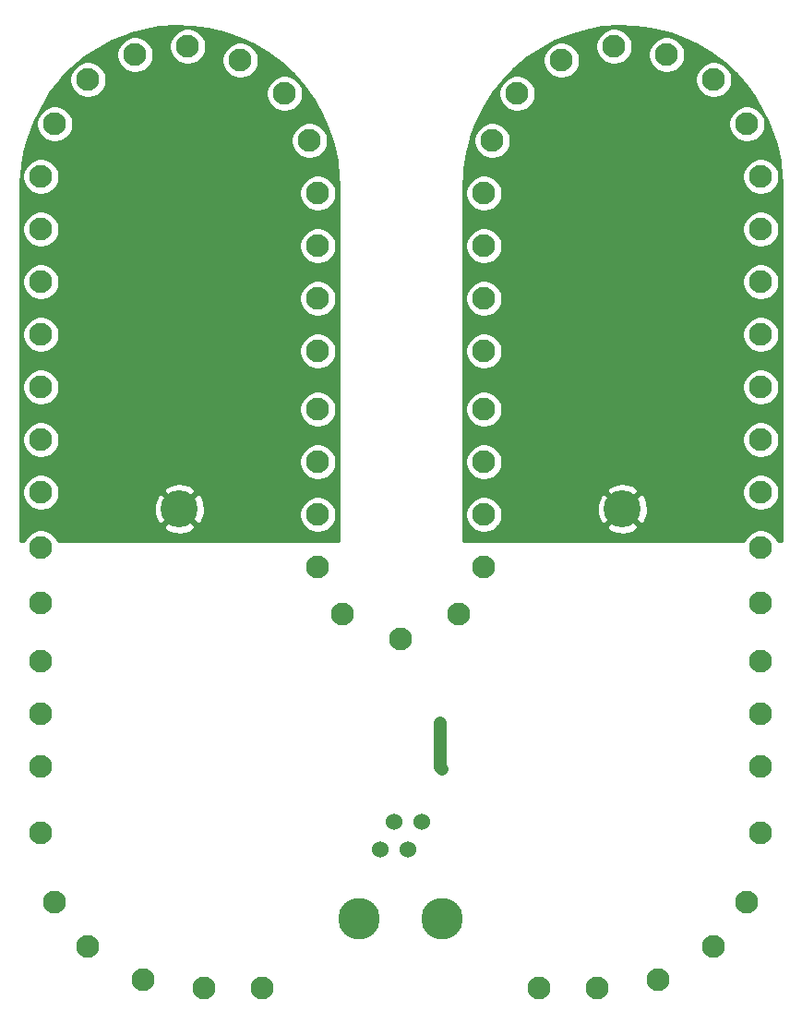
<source format=gbr>
G04 #@! TF.GenerationSoftware,KiCad,Pcbnew,(5.1.4)-1*
G04 #@! TF.CreationDate,2020-03-15T18:13:58-04:00*
G04 #@! TF.ProjectId,MoistureSensor,4d6f6973-7475-4726-9553-656e736f722e,rev?*
G04 #@! TF.SameCoordinates,Original*
G04 #@! TF.FileFunction,Copper,L2,Bot*
G04 #@! TF.FilePolarity,Positive*
%FSLAX46Y46*%
G04 Gerber Fmt 4.6, Leading zero omitted, Abs format (unit mm)*
G04 Created by KiCad (PCBNEW (5.1.4)-1) date 2020-03-15 18:13:58*
%MOMM*%
%LPD*%
G04 APERTURE LIST*
%ADD10C,2.100000*%
%ADD11C,1.524000*%
%ADD12C,3.800000*%
%ADD13C,3.400000*%
%ADD14C,0.800000*%
%ADD15C,1.143000*%
%ADD16C,0.254000*%
G04 APERTURE END LIST*
D10*
X152400000Y-115316000D03*
X128778000Y-146558000D03*
X144780001Y-99060000D03*
X144780001Y-74422000D03*
X147066000Y-113030000D03*
X144780000Y-108712000D03*
X144780001Y-88900000D03*
X144780000Y-84074000D03*
X132841999Y-60960000D03*
X128016000Y-61721999D03*
X120650000Y-68072000D03*
X119380000Y-101854000D03*
X123698000Y-143510000D03*
X139700000Y-147320000D03*
X137668000Y-62230000D03*
X141732000Y-65278000D03*
X144780000Y-79248000D03*
X123698000Y-64008001D03*
X119380000Y-77724000D03*
X144780000Y-103886000D03*
X119379999Y-82550000D03*
X119380000Y-117348000D03*
X119380000Y-72898000D03*
X119380000Y-133096000D03*
X119380000Y-87376000D03*
X119380000Y-112014000D03*
X120650000Y-139445999D03*
X119379999Y-97028000D03*
X119380000Y-106934000D03*
X144780000Y-94234000D03*
X119380000Y-127000000D03*
X144018000Y-69596000D03*
X134366000Y-147320000D03*
X119380000Y-92202000D03*
X119379999Y-122174000D03*
X157734000Y-113030000D03*
X160020000Y-108712000D03*
X160020000Y-99060000D03*
X160020000Y-88900000D03*
X160020000Y-84074000D03*
X160020000Y-74422000D03*
X160782000Y-69596000D03*
X171958000Y-60960000D03*
X176784000Y-61722000D03*
X184150000Y-68072000D03*
X185420000Y-72898000D03*
X185420000Y-87376000D03*
X185420000Y-97028000D03*
X185420000Y-101854000D03*
X185420000Y-112014000D03*
X185420000Y-122174000D03*
X185420000Y-133096000D03*
X181102000Y-143510000D03*
X170434000Y-147320000D03*
X160020000Y-103886000D03*
X160020000Y-94234000D03*
X160020000Y-79248000D03*
X163068000Y-65278000D03*
X167132000Y-62230000D03*
X181102000Y-64008000D03*
X185420000Y-77724000D03*
X185420000Y-82550000D03*
X185420000Y-92202000D03*
X185420000Y-106934000D03*
X185420000Y-117348000D03*
X185420000Y-127000000D03*
X184150000Y-139446000D03*
X165100000Y-147320000D03*
X176022000Y-146558000D03*
D11*
X150495000Y-134620000D03*
X151765000Y-132080000D03*
X154305000Y-132080000D03*
X153035000Y-134620000D03*
D12*
X156210000Y-140970000D03*
X148590000Y-140970000D03*
D13*
X172720000Y-103378000D03*
X132080000Y-103378000D03*
D14*
X156022000Y-123002000D03*
X156189112Y-127233112D03*
X172720000Y-97028000D03*
X172720000Y-90678000D03*
X172720000Y-84328000D03*
X172720000Y-77978000D03*
X172720000Y-71628000D03*
X172720000Y-65278000D03*
X132080000Y-97028000D03*
X132080000Y-90678000D03*
X132080000Y-84328000D03*
X132080000Y-77978000D03*
X132080000Y-71628000D03*
X132080000Y-65278000D03*
D15*
X156022000Y-127066000D02*
X156189112Y-127233112D01*
X156022000Y-123002000D02*
X156022000Y-127066000D01*
D16*
G36*
X173838498Y-59123844D02*
G01*
X175212855Y-59301122D01*
X177147412Y-59784761D01*
X178205020Y-60152025D01*
X179564481Y-60787396D01*
X180851438Y-61559151D01*
X182052235Y-62459095D01*
X183154170Y-63477714D01*
X184145564Y-64604209D01*
X184809026Y-65536067D01*
X186065802Y-67870081D01*
X186804084Y-69900356D01*
X186815439Y-69935829D01*
X187123590Y-71404458D01*
X187154106Y-71697257D01*
X187297032Y-73555289D01*
X187300001Y-73668684D01*
X187300000Y-106299000D01*
X186980805Y-106299000D01*
X186913228Y-106135853D01*
X186728825Y-105859875D01*
X186494125Y-105625175D01*
X186218147Y-105440772D01*
X185911496Y-105313754D01*
X185585958Y-105249000D01*
X185254042Y-105249000D01*
X184928504Y-105313754D01*
X184621853Y-105440772D01*
X184345875Y-105625175D01*
X184111175Y-105859875D01*
X183926772Y-106135853D01*
X183859195Y-106299000D01*
X158140000Y-106299000D01*
X158140000Y-103720042D01*
X158335000Y-103720042D01*
X158335000Y-104051958D01*
X158399754Y-104377496D01*
X158526772Y-104684147D01*
X158711175Y-104960125D01*
X158945875Y-105194825D01*
X159221853Y-105379228D01*
X159528504Y-105506246D01*
X159854042Y-105571000D01*
X160185958Y-105571000D01*
X160511496Y-105506246D01*
X160818147Y-105379228D01*
X161094125Y-105194825D01*
X161276927Y-105012023D01*
X171265582Y-105012023D01*
X171445648Y-105348060D01*
X171854474Y-105558820D01*
X172296562Y-105685772D01*
X172754922Y-105724037D01*
X173211940Y-105672146D01*
X173650053Y-105532092D01*
X173994352Y-105348060D01*
X174174418Y-105012023D01*
X172720000Y-103557605D01*
X171265582Y-105012023D01*
X161276927Y-105012023D01*
X161328825Y-104960125D01*
X161513228Y-104684147D01*
X161640246Y-104377496D01*
X161705000Y-104051958D01*
X161705000Y-103720042D01*
X161643910Y-103412922D01*
X170373963Y-103412922D01*
X170425854Y-103869940D01*
X170565908Y-104308053D01*
X170749940Y-104652352D01*
X171085977Y-104832418D01*
X172540395Y-103378000D01*
X172899605Y-103378000D01*
X174354023Y-104832418D01*
X174690060Y-104652352D01*
X174900820Y-104243526D01*
X175027772Y-103801438D01*
X175066037Y-103343078D01*
X175014146Y-102886060D01*
X174874092Y-102447947D01*
X174690060Y-102103648D01*
X174354023Y-101923582D01*
X172899605Y-103378000D01*
X172540395Y-103378000D01*
X171085977Y-101923582D01*
X170749940Y-102103648D01*
X170539180Y-102512474D01*
X170412228Y-102954562D01*
X170373963Y-103412922D01*
X161643910Y-103412922D01*
X161640246Y-103394504D01*
X161513228Y-103087853D01*
X161328825Y-102811875D01*
X161094125Y-102577175D01*
X160818147Y-102392772D01*
X160511496Y-102265754D01*
X160185958Y-102201000D01*
X159854042Y-102201000D01*
X159528504Y-102265754D01*
X159221853Y-102392772D01*
X158945875Y-102577175D01*
X158711175Y-102811875D01*
X158526772Y-103087853D01*
X158399754Y-103394504D01*
X158335000Y-103720042D01*
X158140000Y-103720042D01*
X158140000Y-101743977D01*
X171265582Y-101743977D01*
X172720000Y-103198395D01*
X174174418Y-101743977D01*
X174144446Y-101688042D01*
X183735000Y-101688042D01*
X183735000Y-102019958D01*
X183799754Y-102345496D01*
X183926772Y-102652147D01*
X184111175Y-102928125D01*
X184345875Y-103162825D01*
X184621853Y-103347228D01*
X184928504Y-103474246D01*
X185254042Y-103539000D01*
X185585958Y-103539000D01*
X185911496Y-103474246D01*
X186218147Y-103347228D01*
X186494125Y-103162825D01*
X186728825Y-102928125D01*
X186913228Y-102652147D01*
X187040246Y-102345496D01*
X187105000Y-102019958D01*
X187105000Y-101688042D01*
X187040246Y-101362504D01*
X186913228Y-101055853D01*
X186728825Y-100779875D01*
X186494125Y-100545175D01*
X186218147Y-100360772D01*
X185911496Y-100233754D01*
X185585958Y-100169000D01*
X185254042Y-100169000D01*
X184928504Y-100233754D01*
X184621853Y-100360772D01*
X184345875Y-100545175D01*
X184111175Y-100779875D01*
X183926772Y-101055853D01*
X183799754Y-101362504D01*
X183735000Y-101688042D01*
X174144446Y-101688042D01*
X173994352Y-101407940D01*
X173585526Y-101197180D01*
X173143438Y-101070228D01*
X172685078Y-101031963D01*
X172228060Y-101083854D01*
X171789947Y-101223908D01*
X171445648Y-101407940D01*
X171265582Y-101743977D01*
X158140000Y-101743977D01*
X158140000Y-98894042D01*
X158335000Y-98894042D01*
X158335000Y-99225958D01*
X158399754Y-99551496D01*
X158526772Y-99858147D01*
X158711175Y-100134125D01*
X158945875Y-100368825D01*
X159221853Y-100553228D01*
X159528504Y-100680246D01*
X159854042Y-100745000D01*
X160185958Y-100745000D01*
X160511496Y-100680246D01*
X160818147Y-100553228D01*
X161094125Y-100368825D01*
X161328825Y-100134125D01*
X161513228Y-99858147D01*
X161640246Y-99551496D01*
X161705000Y-99225958D01*
X161705000Y-98894042D01*
X161640246Y-98568504D01*
X161513228Y-98261853D01*
X161328825Y-97985875D01*
X161094125Y-97751175D01*
X160818147Y-97566772D01*
X160511496Y-97439754D01*
X160185958Y-97375000D01*
X159854042Y-97375000D01*
X159528504Y-97439754D01*
X159221853Y-97566772D01*
X158945875Y-97751175D01*
X158711175Y-97985875D01*
X158526772Y-98261853D01*
X158399754Y-98568504D01*
X158335000Y-98894042D01*
X158140000Y-98894042D01*
X158140000Y-96862042D01*
X183735000Y-96862042D01*
X183735000Y-97193958D01*
X183799754Y-97519496D01*
X183926772Y-97826147D01*
X184111175Y-98102125D01*
X184345875Y-98336825D01*
X184621853Y-98521228D01*
X184928504Y-98648246D01*
X185254042Y-98713000D01*
X185585958Y-98713000D01*
X185911496Y-98648246D01*
X186218147Y-98521228D01*
X186494125Y-98336825D01*
X186728825Y-98102125D01*
X186913228Y-97826147D01*
X187040246Y-97519496D01*
X187105000Y-97193958D01*
X187105000Y-96862042D01*
X187040246Y-96536504D01*
X186913228Y-96229853D01*
X186728825Y-95953875D01*
X186494125Y-95719175D01*
X186218147Y-95534772D01*
X185911496Y-95407754D01*
X185585958Y-95343000D01*
X185254042Y-95343000D01*
X184928504Y-95407754D01*
X184621853Y-95534772D01*
X184345875Y-95719175D01*
X184111175Y-95953875D01*
X183926772Y-96229853D01*
X183799754Y-96536504D01*
X183735000Y-96862042D01*
X158140000Y-96862042D01*
X158140000Y-94068042D01*
X158335000Y-94068042D01*
X158335000Y-94399958D01*
X158399754Y-94725496D01*
X158526772Y-95032147D01*
X158711175Y-95308125D01*
X158945875Y-95542825D01*
X159221853Y-95727228D01*
X159528504Y-95854246D01*
X159854042Y-95919000D01*
X160185958Y-95919000D01*
X160511496Y-95854246D01*
X160818147Y-95727228D01*
X161094125Y-95542825D01*
X161328825Y-95308125D01*
X161513228Y-95032147D01*
X161640246Y-94725496D01*
X161705000Y-94399958D01*
X161705000Y-94068042D01*
X161640246Y-93742504D01*
X161513228Y-93435853D01*
X161328825Y-93159875D01*
X161094125Y-92925175D01*
X160818147Y-92740772D01*
X160511496Y-92613754D01*
X160185958Y-92549000D01*
X159854042Y-92549000D01*
X159528504Y-92613754D01*
X159221853Y-92740772D01*
X158945875Y-92925175D01*
X158711175Y-93159875D01*
X158526772Y-93435853D01*
X158399754Y-93742504D01*
X158335000Y-94068042D01*
X158140000Y-94068042D01*
X158140000Y-92036042D01*
X183735000Y-92036042D01*
X183735000Y-92367958D01*
X183799754Y-92693496D01*
X183926772Y-93000147D01*
X184111175Y-93276125D01*
X184345875Y-93510825D01*
X184621853Y-93695228D01*
X184928504Y-93822246D01*
X185254042Y-93887000D01*
X185585958Y-93887000D01*
X185911496Y-93822246D01*
X186218147Y-93695228D01*
X186494125Y-93510825D01*
X186728825Y-93276125D01*
X186913228Y-93000147D01*
X187040246Y-92693496D01*
X187105000Y-92367958D01*
X187105000Y-92036042D01*
X187040246Y-91710504D01*
X186913228Y-91403853D01*
X186728825Y-91127875D01*
X186494125Y-90893175D01*
X186218147Y-90708772D01*
X185911496Y-90581754D01*
X185585958Y-90517000D01*
X185254042Y-90517000D01*
X184928504Y-90581754D01*
X184621853Y-90708772D01*
X184345875Y-90893175D01*
X184111175Y-91127875D01*
X183926772Y-91403853D01*
X183799754Y-91710504D01*
X183735000Y-92036042D01*
X158140000Y-92036042D01*
X158140000Y-88734042D01*
X158335000Y-88734042D01*
X158335000Y-89065958D01*
X158399754Y-89391496D01*
X158526772Y-89698147D01*
X158711175Y-89974125D01*
X158945875Y-90208825D01*
X159221853Y-90393228D01*
X159528504Y-90520246D01*
X159854042Y-90585000D01*
X160185958Y-90585000D01*
X160511496Y-90520246D01*
X160818147Y-90393228D01*
X161094125Y-90208825D01*
X161328825Y-89974125D01*
X161513228Y-89698147D01*
X161640246Y-89391496D01*
X161705000Y-89065958D01*
X161705000Y-88734042D01*
X161640246Y-88408504D01*
X161513228Y-88101853D01*
X161328825Y-87825875D01*
X161094125Y-87591175D01*
X160818147Y-87406772D01*
X160511496Y-87279754D01*
X160185958Y-87215000D01*
X159854042Y-87215000D01*
X159528504Y-87279754D01*
X159221853Y-87406772D01*
X158945875Y-87591175D01*
X158711175Y-87825875D01*
X158526772Y-88101853D01*
X158399754Y-88408504D01*
X158335000Y-88734042D01*
X158140000Y-88734042D01*
X158140000Y-87210042D01*
X183735000Y-87210042D01*
X183735000Y-87541958D01*
X183799754Y-87867496D01*
X183926772Y-88174147D01*
X184111175Y-88450125D01*
X184345875Y-88684825D01*
X184621853Y-88869228D01*
X184928504Y-88996246D01*
X185254042Y-89061000D01*
X185585958Y-89061000D01*
X185911496Y-88996246D01*
X186218147Y-88869228D01*
X186494125Y-88684825D01*
X186728825Y-88450125D01*
X186913228Y-88174147D01*
X187040246Y-87867496D01*
X187105000Y-87541958D01*
X187105000Y-87210042D01*
X187040246Y-86884504D01*
X186913228Y-86577853D01*
X186728825Y-86301875D01*
X186494125Y-86067175D01*
X186218147Y-85882772D01*
X185911496Y-85755754D01*
X185585958Y-85691000D01*
X185254042Y-85691000D01*
X184928504Y-85755754D01*
X184621853Y-85882772D01*
X184345875Y-86067175D01*
X184111175Y-86301875D01*
X183926772Y-86577853D01*
X183799754Y-86884504D01*
X183735000Y-87210042D01*
X158140000Y-87210042D01*
X158140000Y-83908042D01*
X158335000Y-83908042D01*
X158335000Y-84239958D01*
X158399754Y-84565496D01*
X158526772Y-84872147D01*
X158711175Y-85148125D01*
X158945875Y-85382825D01*
X159221853Y-85567228D01*
X159528504Y-85694246D01*
X159854042Y-85759000D01*
X160185958Y-85759000D01*
X160511496Y-85694246D01*
X160818147Y-85567228D01*
X161094125Y-85382825D01*
X161328825Y-85148125D01*
X161513228Y-84872147D01*
X161640246Y-84565496D01*
X161705000Y-84239958D01*
X161705000Y-83908042D01*
X161640246Y-83582504D01*
X161513228Y-83275853D01*
X161328825Y-82999875D01*
X161094125Y-82765175D01*
X160818147Y-82580772D01*
X160511496Y-82453754D01*
X160185958Y-82389000D01*
X159854042Y-82389000D01*
X159528504Y-82453754D01*
X159221853Y-82580772D01*
X158945875Y-82765175D01*
X158711175Y-82999875D01*
X158526772Y-83275853D01*
X158399754Y-83582504D01*
X158335000Y-83908042D01*
X158140000Y-83908042D01*
X158140000Y-82384042D01*
X183735000Y-82384042D01*
X183735000Y-82715958D01*
X183799754Y-83041496D01*
X183926772Y-83348147D01*
X184111175Y-83624125D01*
X184345875Y-83858825D01*
X184621853Y-84043228D01*
X184928504Y-84170246D01*
X185254042Y-84235000D01*
X185585958Y-84235000D01*
X185911496Y-84170246D01*
X186218147Y-84043228D01*
X186494125Y-83858825D01*
X186728825Y-83624125D01*
X186913228Y-83348147D01*
X187040246Y-83041496D01*
X187105000Y-82715958D01*
X187105000Y-82384042D01*
X187040246Y-82058504D01*
X186913228Y-81751853D01*
X186728825Y-81475875D01*
X186494125Y-81241175D01*
X186218147Y-81056772D01*
X185911496Y-80929754D01*
X185585958Y-80865000D01*
X185254042Y-80865000D01*
X184928504Y-80929754D01*
X184621853Y-81056772D01*
X184345875Y-81241175D01*
X184111175Y-81475875D01*
X183926772Y-81751853D01*
X183799754Y-82058504D01*
X183735000Y-82384042D01*
X158140000Y-82384042D01*
X158140000Y-79082042D01*
X158335000Y-79082042D01*
X158335000Y-79413958D01*
X158399754Y-79739496D01*
X158526772Y-80046147D01*
X158711175Y-80322125D01*
X158945875Y-80556825D01*
X159221853Y-80741228D01*
X159528504Y-80868246D01*
X159854042Y-80933000D01*
X160185958Y-80933000D01*
X160511496Y-80868246D01*
X160818147Y-80741228D01*
X161094125Y-80556825D01*
X161328825Y-80322125D01*
X161513228Y-80046147D01*
X161640246Y-79739496D01*
X161705000Y-79413958D01*
X161705000Y-79082042D01*
X161640246Y-78756504D01*
X161513228Y-78449853D01*
X161328825Y-78173875D01*
X161094125Y-77939175D01*
X160818147Y-77754772D01*
X160511496Y-77627754D01*
X160185958Y-77563000D01*
X159854042Y-77563000D01*
X159528504Y-77627754D01*
X159221853Y-77754772D01*
X158945875Y-77939175D01*
X158711175Y-78173875D01*
X158526772Y-78449853D01*
X158399754Y-78756504D01*
X158335000Y-79082042D01*
X158140000Y-79082042D01*
X158140000Y-77558042D01*
X183735000Y-77558042D01*
X183735000Y-77889958D01*
X183799754Y-78215496D01*
X183926772Y-78522147D01*
X184111175Y-78798125D01*
X184345875Y-79032825D01*
X184621853Y-79217228D01*
X184928504Y-79344246D01*
X185254042Y-79409000D01*
X185585958Y-79409000D01*
X185911496Y-79344246D01*
X186218147Y-79217228D01*
X186494125Y-79032825D01*
X186728825Y-78798125D01*
X186913228Y-78522147D01*
X187040246Y-78215496D01*
X187105000Y-77889958D01*
X187105000Y-77558042D01*
X187040246Y-77232504D01*
X186913228Y-76925853D01*
X186728825Y-76649875D01*
X186494125Y-76415175D01*
X186218147Y-76230772D01*
X185911496Y-76103754D01*
X185585958Y-76039000D01*
X185254042Y-76039000D01*
X184928504Y-76103754D01*
X184621853Y-76230772D01*
X184345875Y-76415175D01*
X184111175Y-76649875D01*
X183926772Y-76925853D01*
X183799754Y-77232504D01*
X183735000Y-77558042D01*
X158140000Y-77558042D01*
X158140000Y-74256042D01*
X158335000Y-74256042D01*
X158335000Y-74587958D01*
X158399754Y-74913496D01*
X158526772Y-75220147D01*
X158711175Y-75496125D01*
X158945875Y-75730825D01*
X159221853Y-75915228D01*
X159528504Y-76042246D01*
X159854042Y-76107000D01*
X160185958Y-76107000D01*
X160511496Y-76042246D01*
X160818147Y-75915228D01*
X161094125Y-75730825D01*
X161328825Y-75496125D01*
X161513228Y-75220147D01*
X161640246Y-74913496D01*
X161705000Y-74587958D01*
X161705000Y-74256042D01*
X161640246Y-73930504D01*
X161513228Y-73623853D01*
X161328825Y-73347875D01*
X161094125Y-73113175D01*
X160818147Y-72928772D01*
X160511496Y-72801754D01*
X160185958Y-72737000D01*
X159854042Y-72737000D01*
X159528504Y-72801754D01*
X159221853Y-72928772D01*
X158945875Y-73113175D01*
X158711175Y-73347875D01*
X158526772Y-73623853D01*
X158399754Y-73930504D01*
X158335000Y-74256042D01*
X158140000Y-74256042D01*
X158140000Y-73676987D01*
X158188695Y-72732042D01*
X183735000Y-72732042D01*
X183735000Y-73063958D01*
X183799754Y-73389496D01*
X183926772Y-73696147D01*
X184111175Y-73972125D01*
X184345875Y-74206825D01*
X184621853Y-74391228D01*
X184928504Y-74518246D01*
X185254042Y-74583000D01*
X185585958Y-74583000D01*
X185911496Y-74518246D01*
X186218147Y-74391228D01*
X186494125Y-74206825D01*
X186728825Y-73972125D01*
X186913228Y-73696147D01*
X187040246Y-73389496D01*
X187105000Y-73063958D01*
X187105000Y-72732042D01*
X187040246Y-72406504D01*
X186913228Y-72099853D01*
X186728825Y-71823875D01*
X186494125Y-71589175D01*
X186218147Y-71404772D01*
X185911496Y-71277754D01*
X185585958Y-71213000D01*
X185254042Y-71213000D01*
X184928504Y-71277754D01*
X184621853Y-71404772D01*
X184345875Y-71589175D01*
X184111175Y-71823875D01*
X183926772Y-72099853D01*
X183799754Y-72406504D01*
X183735000Y-72732042D01*
X158188695Y-72732042D01*
X158218104Y-72161376D01*
X158448970Y-70678626D01*
X158777695Y-69430042D01*
X159097000Y-69430042D01*
X159097000Y-69761958D01*
X159161754Y-70087496D01*
X159288772Y-70394147D01*
X159473175Y-70670125D01*
X159707875Y-70904825D01*
X159983853Y-71089228D01*
X160290504Y-71216246D01*
X160616042Y-71281000D01*
X160947958Y-71281000D01*
X161273496Y-71216246D01*
X161580147Y-71089228D01*
X161856125Y-70904825D01*
X162090825Y-70670125D01*
X162275228Y-70394147D01*
X162402246Y-70087496D01*
X162467000Y-69761958D01*
X162467000Y-69430042D01*
X162402246Y-69104504D01*
X162275228Y-68797853D01*
X162090825Y-68521875D01*
X161856125Y-68287175D01*
X161580147Y-68102772D01*
X161273496Y-67975754D01*
X160947958Y-67911000D01*
X160616042Y-67911000D01*
X160290504Y-67975754D01*
X159983853Y-68102772D01*
X159707875Y-68287175D01*
X159473175Y-68521875D01*
X159288772Y-68797853D01*
X159161754Y-69104504D01*
X159097000Y-69430042D01*
X158777695Y-69430042D01*
X158831029Y-69227466D01*
X159329037Y-67906042D01*
X182465000Y-67906042D01*
X182465000Y-68237958D01*
X182529754Y-68563496D01*
X182656772Y-68870147D01*
X182841175Y-69146125D01*
X183075875Y-69380825D01*
X183351853Y-69565228D01*
X183658504Y-69692246D01*
X183984042Y-69757000D01*
X184315958Y-69757000D01*
X184641496Y-69692246D01*
X184948147Y-69565228D01*
X185224125Y-69380825D01*
X185458825Y-69146125D01*
X185643228Y-68870147D01*
X185770246Y-68563496D01*
X185835000Y-68237958D01*
X185835000Y-67906042D01*
X185770246Y-67580504D01*
X185643228Y-67273853D01*
X185458825Y-66997875D01*
X185224125Y-66763175D01*
X184948147Y-66578772D01*
X184641496Y-66451754D01*
X184315958Y-66387000D01*
X183984042Y-66387000D01*
X183658504Y-66451754D01*
X183351853Y-66578772D01*
X183075875Y-66763175D01*
X182841175Y-66997875D01*
X182656772Y-67273853D01*
X182529754Y-67580504D01*
X182465000Y-67906042D01*
X159329037Y-67906042D01*
X159360234Y-67823264D01*
X160030972Y-66480902D01*
X160836154Y-65214583D01*
X160917281Y-65112042D01*
X161383000Y-65112042D01*
X161383000Y-65443958D01*
X161447754Y-65769496D01*
X161574772Y-66076147D01*
X161759175Y-66352125D01*
X161993875Y-66586825D01*
X162269853Y-66771228D01*
X162576504Y-66898246D01*
X162902042Y-66963000D01*
X163233958Y-66963000D01*
X163559496Y-66898246D01*
X163866147Y-66771228D01*
X164142125Y-66586825D01*
X164376825Y-66352125D01*
X164561228Y-66076147D01*
X164688246Y-65769496D01*
X164753000Y-65443958D01*
X164753000Y-65112042D01*
X164688246Y-64786504D01*
X164561228Y-64479853D01*
X164376825Y-64203875D01*
X164142125Y-63969175D01*
X163866147Y-63784772D01*
X163559496Y-63657754D01*
X163233958Y-63593000D01*
X162902042Y-63593000D01*
X162576504Y-63657754D01*
X162269853Y-63784772D01*
X161993875Y-63969175D01*
X161759175Y-64203875D01*
X161574772Y-64479853D01*
X161447754Y-64786504D01*
X161383000Y-65112042D01*
X160917281Y-65112042D01*
X161767226Y-64037756D01*
X162814342Y-62962861D01*
X163891225Y-62064042D01*
X165447000Y-62064042D01*
X165447000Y-62395958D01*
X165511754Y-62721496D01*
X165638772Y-63028147D01*
X165823175Y-63304125D01*
X166057875Y-63538825D01*
X166333853Y-63723228D01*
X166640504Y-63850246D01*
X166966042Y-63915000D01*
X167297958Y-63915000D01*
X167623496Y-63850246D01*
X167643302Y-63842042D01*
X179417000Y-63842042D01*
X179417000Y-64173958D01*
X179481754Y-64499496D01*
X179608772Y-64806147D01*
X179793175Y-65082125D01*
X180027875Y-65316825D01*
X180303853Y-65501228D01*
X180610504Y-65628246D01*
X180936042Y-65693000D01*
X181267958Y-65693000D01*
X181593496Y-65628246D01*
X181900147Y-65501228D01*
X182176125Y-65316825D01*
X182410825Y-65082125D01*
X182595228Y-64806147D01*
X182722246Y-64499496D01*
X182787000Y-64173958D01*
X182787000Y-63842042D01*
X182722246Y-63516504D01*
X182595228Y-63209853D01*
X182410825Y-62933875D01*
X182176125Y-62699175D01*
X181900147Y-62514772D01*
X181593496Y-62387754D01*
X181267958Y-62323000D01*
X180936042Y-62323000D01*
X180610504Y-62387754D01*
X180303853Y-62514772D01*
X180027875Y-62699175D01*
X179793175Y-62933875D01*
X179608772Y-63209853D01*
X179481754Y-63516504D01*
X179417000Y-63842042D01*
X167643302Y-63842042D01*
X167930147Y-63723228D01*
X168206125Y-63538825D01*
X168440825Y-63304125D01*
X168625228Y-63028147D01*
X168752246Y-62721496D01*
X168817000Y-62395958D01*
X168817000Y-62064042D01*
X168752246Y-61738504D01*
X168625228Y-61431853D01*
X168440825Y-61155875D01*
X168206125Y-60921175D01*
X168015858Y-60794042D01*
X170273000Y-60794042D01*
X170273000Y-61125958D01*
X170337754Y-61451496D01*
X170464772Y-61758147D01*
X170649175Y-62034125D01*
X170883875Y-62268825D01*
X171159853Y-62453228D01*
X171466504Y-62580246D01*
X171792042Y-62645000D01*
X172123958Y-62645000D01*
X172449496Y-62580246D01*
X172756147Y-62453228D01*
X173032125Y-62268825D01*
X173266825Y-62034125D01*
X173451228Y-61758147D01*
X173534941Y-61556042D01*
X175099000Y-61556042D01*
X175099000Y-61887958D01*
X175163754Y-62213496D01*
X175290772Y-62520147D01*
X175475175Y-62796125D01*
X175709875Y-63030825D01*
X175985853Y-63215228D01*
X176292504Y-63342246D01*
X176618042Y-63407000D01*
X176949958Y-63407000D01*
X177275496Y-63342246D01*
X177582147Y-63215228D01*
X177858125Y-63030825D01*
X178092825Y-62796125D01*
X178277228Y-62520147D01*
X178404246Y-62213496D01*
X178469000Y-61887958D01*
X178469000Y-61556042D01*
X178404246Y-61230504D01*
X178277228Y-60923853D01*
X178092825Y-60647875D01*
X177858125Y-60413175D01*
X177582147Y-60228772D01*
X177275496Y-60101754D01*
X176949958Y-60037000D01*
X176618042Y-60037000D01*
X176292504Y-60101754D01*
X175985853Y-60228772D01*
X175709875Y-60413175D01*
X175475175Y-60647875D01*
X175290772Y-60923853D01*
X175163754Y-61230504D01*
X175099000Y-61556042D01*
X173534941Y-61556042D01*
X173578246Y-61451496D01*
X173643000Y-61125958D01*
X173643000Y-60794042D01*
X173578246Y-60468504D01*
X173451228Y-60161853D01*
X173266825Y-59885875D01*
X173032125Y-59651175D01*
X172756147Y-59466772D01*
X172449496Y-59339754D01*
X172123958Y-59275000D01*
X171792042Y-59275000D01*
X171466504Y-59339754D01*
X171159853Y-59466772D01*
X170883875Y-59651175D01*
X170649175Y-59885875D01*
X170464772Y-60161853D01*
X170337754Y-60468504D01*
X170273000Y-60794042D01*
X168015858Y-60794042D01*
X167930147Y-60736772D01*
X167623496Y-60609754D01*
X167297958Y-60545000D01*
X166966042Y-60545000D01*
X166640504Y-60609754D01*
X166333853Y-60736772D01*
X166057875Y-60921175D01*
X165823175Y-61155875D01*
X165638772Y-61431853D01*
X165511754Y-61738504D01*
X165447000Y-62064042D01*
X163891225Y-62064042D01*
X163966396Y-62001301D01*
X165211201Y-61163248D01*
X166535546Y-60457600D01*
X167925413Y-59891819D01*
X169366076Y-59471904D01*
X170842277Y-59202302D01*
X172338356Y-59085871D01*
X173838498Y-59123844D01*
X173838498Y-59123844D01*
G37*
X173838498Y-59123844D02*
X175212855Y-59301122D01*
X177147412Y-59784761D01*
X178205020Y-60152025D01*
X179564481Y-60787396D01*
X180851438Y-61559151D01*
X182052235Y-62459095D01*
X183154170Y-63477714D01*
X184145564Y-64604209D01*
X184809026Y-65536067D01*
X186065802Y-67870081D01*
X186804084Y-69900356D01*
X186815439Y-69935829D01*
X187123590Y-71404458D01*
X187154106Y-71697257D01*
X187297032Y-73555289D01*
X187300001Y-73668684D01*
X187300000Y-106299000D01*
X186980805Y-106299000D01*
X186913228Y-106135853D01*
X186728825Y-105859875D01*
X186494125Y-105625175D01*
X186218147Y-105440772D01*
X185911496Y-105313754D01*
X185585958Y-105249000D01*
X185254042Y-105249000D01*
X184928504Y-105313754D01*
X184621853Y-105440772D01*
X184345875Y-105625175D01*
X184111175Y-105859875D01*
X183926772Y-106135853D01*
X183859195Y-106299000D01*
X158140000Y-106299000D01*
X158140000Y-103720042D01*
X158335000Y-103720042D01*
X158335000Y-104051958D01*
X158399754Y-104377496D01*
X158526772Y-104684147D01*
X158711175Y-104960125D01*
X158945875Y-105194825D01*
X159221853Y-105379228D01*
X159528504Y-105506246D01*
X159854042Y-105571000D01*
X160185958Y-105571000D01*
X160511496Y-105506246D01*
X160818147Y-105379228D01*
X161094125Y-105194825D01*
X161276927Y-105012023D01*
X171265582Y-105012023D01*
X171445648Y-105348060D01*
X171854474Y-105558820D01*
X172296562Y-105685772D01*
X172754922Y-105724037D01*
X173211940Y-105672146D01*
X173650053Y-105532092D01*
X173994352Y-105348060D01*
X174174418Y-105012023D01*
X172720000Y-103557605D01*
X171265582Y-105012023D01*
X161276927Y-105012023D01*
X161328825Y-104960125D01*
X161513228Y-104684147D01*
X161640246Y-104377496D01*
X161705000Y-104051958D01*
X161705000Y-103720042D01*
X161643910Y-103412922D01*
X170373963Y-103412922D01*
X170425854Y-103869940D01*
X170565908Y-104308053D01*
X170749940Y-104652352D01*
X171085977Y-104832418D01*
X172540395Y-103378000D01*
X172899605Y-103378000D01*
X174354023Y-104832418D01*
X174690060Y-104652352D01*
X174900820Y-104243526D01*
X175027772Y-103801438D01*
X175066037Y-103343078D01*
X175014146Y-102886060D01*
X174874092Y-102447947D01*
X174690060Y-102103648D01*
X174354023Y-101923582D01*
X172899605Y-103378000D01*
X172540395Y-103378000D01*
X171085977Y-101923582D01*
X170749940Y-102103648D01*
X170539180Y-102512474D01*
X170412228Y-102954562D01*
X170373963Y-103412922D01*
X161643910Y-103412922D01*
X161640246Y-103394504D01*
X161513228Y-103087853D01*
X161328825Y-102811875D01*
X161094125Y-102577175D01*
X160818147Y-102392772D01*
X160511496Y-102265754D01*
X160185958Y-102201000D01*
X159854042Y-102201000D01*
X159528504Y-102265754D01*
X159221853Y-102392772D01*
X158945875Y-102577175D01*
X158711175Y-102811875D01*
X158526772Y-103087853D01*
X158399754Y-103394504D01*
X158335000Y-103720042D01*
X158140000Y-103720042D01*
X158140000Y-101743977D01*
X171265582Y-101743977D01*
X172720000Y-103198395D01*
X174174418Y-101743977D01*
X174144446Y-101688042D01*
X183735000Y-101688042D01*
X183735000Y-102019958D01*
X183799754Y-102345496D01*
X183926772Y-102652147D01*
X184111175Y-102928125D01*
X184345875Y-103162825D01*
X184621853Y-103347228D01*
X184928504Y-103474246D01*
X185254042Y-103539000D01*
X185585958Y-103539000D01*
X185911496Y-103474246D01*
X186218147Y-103347228D01*
X186494125Y-103162825D01*
X186728825Y-102928125D01*
X186913228Y-102652147D01*
X187040246Y-102345496D01*
X187105000Y-102019958D01*
X187105000Y-101688042D01*
X187040246Y-101362504D01*
X186913228Y-101055853D01*
X186728825Y-100779875D01*
X186494125Y-100545175D01*
X186218147Y-100360772D01*
X185911496Y-100233754D01*
X185585958Y-100169000D01*
X185254042Y-100169000D01*
X184928504Y-100233754D01*
X184621853Y-100360772D01*
X184345875Y-100545175D01*
X184111175Y-100779875D01*
X183926772Y-101055853D01*
X183799754Y-101362504D01*
X183735000Y-101688042D01*
X174144446Y-101688042D01*
X173994352Y-101407940D01*
X173585526Y-101197180D01*
X173143438Y-101070228D01*
X172685078Y-101031963D01*
X172228060Y-101083854D01*
X171789947Y-101223908D01*
X171445648Y-101407940D01*
X171265582Y-101743977D01*
X158140000Y-101743977D01*
X158140000Y-98894042D01*
X158335000Y-98894042D01*
X158335000Y-99225958D01*
X158399754Y-99551496D01*
X158526772Y-99858147D01*
X158711175Y-100134125D01*
X158945875Y-100368825D01*
X159221853Y-100553228D01*
X159528504Y-100680246D01*
X159854042Y-100745000D01*
X160185958Y-100745000D01*
X160511496Y-100680246D01*
X160818147Y-100553228D01*
X161094125Y-100368825D01*
X161328825Y-100134125D01*
X161513228Y-99858147D01*
X161640246Y-99551496D01*
X161705000Y-99225958D01*
X161705000Y-98894042D01*
X161640246Y-98568504D01*
X161513228Y-98261853D01*
X161328825Y-97985875D01*
X161094125Y-97751175D01*
X160818147Y-97566772D01*
X160511496Y-97439754D01*
X160185958Y-97375000D01*
X159854042Y-97375000D01*
X159528504Y-97439754D01*
X159221853Y-97566772D01*
X158945875Y-97751175D01*
X158711175Y-97985875D01*
X158526772Y-98261853D01*
X158399754Y-98568504D01*
X158335000Y-98894042D01*
X158140000Y-98894042D01*
X158140000Y-96862042D01*
X183735000Y-96862042D01*
X183735000Y-97193958D01*
X183799754Y-97519496D01*
X183926772Y-97826147D01*
X184111175Y-98102125D01*
X184345875Y-98336825D01*
X184621853Y-98521228D01*
X184928504Y-98648246D01*
X185254042Y-98713000D01*
X185585958Y-98713000D01*
X185911496Y-98648246D01*
X186218147Y-98521228D01*
X186494125Y-98336825D01*
X186728825Y-98102125D01*
X186913228Y-97826147D01*
X187040246Y-97519496D01*
X187105000Y-97193958D01*
X187105000Y-96862042D01*
X187040246Y-96536504D01*
X186913228Y-96229853D01*
X186728825Y-95953875D01*
X186494125Y-95719175D01*
X186218147Y-95534772D01*
X185911496Y-95407754D01*
X185585958Y-95343000D01*
X185254042Y-95343000D01*
X184928504Y-95407754D01*
X184621853Y-95534772D01*
X184345875Y-95719175D01*
X184111175Y-95953875D01*
X183926772Y-96229853D01*
X183799754Y-96536504D01*
X183735000Y-96862042D01*
X158140000Y-96862042D01*
X158140000Y-94068042D01*
X158335000Y-94068042D01*
X158335000Y-94399958D01*
X158399754Y-94725496D01*
X158526772Y-95032147D01*
X158711175Y-95308125D01*
X158945875Y-95542825D01*
X159221853Y-95727228D01*
X159528504Y-95854246D01*
X159854042Y-95919000D01*
X160185958Y-95919000D01*
X160511496Y-95854246D01*
X160818147Y-95727228D01*
X161094125Y-95542825D01*
X161328825Y-95308125D01*
X161513228Y-95032147D01*
X161640246Y-94725496D01*
X161705000Y-94399958D01*
X161705000Y-94068042D01*
X161640246Y-93742504D01*
X161513228Y-93435853D01*
X161328825Y-93159875D01*
X161094125Y-92925175D01*
X160818147Y-92740772D01*
X160511496Y-92613754D01*
X160185958Y-92549000D01*
X159854042Y-92549000D01*
X159528504Y-92613754D01*
X159221853Y-92740772D01*
X158945875Y-92925175D01*
X158711175Y-93159875D01*
X158526772Y-93435853D01*
X158399754Y-93742504D01*
X158335000Y-94068042D01*
X158140000Y-94068042D01*
X158140000Y-92036042D01*
X183735000Y-92036042D01*
X183735000Y-92367958D01*
X183799754Y-92693496D01*
X183926772Y-93000147D01*
X184111175Y-93276125D01*
X184345875Y-93510825D01*
X184621853Y-93695228D01*
X184928504Y-93822246D01*
X185254042Y-93887000D01*
X185585958Y-93887000D01*
X185911496Y-93822246D01*
X186218147Y-93695228D01*
X186494125Y-93510825D01*
X186728825Y-93276125D01*
X186913228Y-93000147D01*
X187040246Y-92693496D01*
X187105000Y-92367958D01*
X187105000Y-92036042D01*
X187040246Y-91710504D01*
X186913228Y-91403853D01*
X186728825Y-91127875D01*
X186494125Y-90893175D01*
X186218147Y-90708772D01*
X185911496Y-90581754D01*
X185585958Y-90517000D01*
X185254042Y-90517000D01*
X184928504Y-90581754D01*
X184621853Y-90708772D01*
X184345875Y-90893175D01*
X184111175Y-91127875D01*
X183926772Y-91403853D01*
X183799754Y-91710504D01*
X183735000Y-92036042D01*
X158140000Y-92036042D01*
X158140000Y-88734042D01*
X158335000Y-88734042D01*
X158335000Y-89065958D01*
X158399754Y-89391496D01*
X158526772Y-89698147D01*
X158711175Y-89974125D01*
X158945875Y-90208825D01*
X159221853Y-90393228D01*
X159528504Y-90520246D01*
X159854042Y-90585000D01*
X160185958Y-90585000D01*
X160511496Y-90520246D01*
X160818147Y-90393228D01*
X161094125Y-90208825D01*
X161328825Y-89974125D01*
X161513228Y-89698147D01*
X161640246Y-89391496D01*
X161705000Y-89065958D01*
X161705000Y-88734042D01*
X161640246Y-88408504D01*
X161513228Y-88101853D01*
X161328825Y-87825875D01*
X161094125Y-87591175D01*
X160818147Y-87406772D01*
X160511496Y-87279754D01*
X160185958Y-87215000D01*
X159854042Y-87215000D01*
X159528504Y-87279754D01*
X159221853Y-87406772D01*
X158945875Y-87591175D01*
X158711175Y-87825875D01*
X158526772Y-88101853D01*
X158399754Y-88408504D01*
X158335000Y-88734042D01*
X158140000Y-88734042D01*
X158140000Y-87210042D01*
X183735000Y-87210042D01*
X183735000Y-87541958D01*
X183799754Y-87867496D01*
X183926772Y-88174147D01*
X184111175Y-88450125D01*
X184345875Y-88684825D01*
X184621853Y-88869228D01*
X184928504Y-88996246D01*
X185254042Y-89061000D01*
X185585958Y-89061000D01*
X185911496Y-88996246D01*
X186218147Y-88869228D01*
X186494125Y-88684825D01*
X186728825Y-88450125D01*
X186913228Y-88174147D01*
X187040246Y-87867496D01*
X187105000Y-87541958D01*
X187105000Y-87210042D01*
X187040246Y-86884504D01*
X186913228Y-86577853D01*
X186728825Y-86301875D01*
X186494125Y-86067175D01*
X186218147Y-85882772D01*
X185911496Y-85755754D01*
X185585958Y-85691000D01*
X185254042Y-85691000D01*
X184928504Y-85755754D01*
X184621853Y-85882772D01*
X184345875Y-86067175D01*
X184111175Y-86301875D01*
X183926772Y-86577853D01*
X183799754Y-86884504D01*
X183735000Y-87210042D01*
X158140000Y-87210042D01*
X158140000Y-83908042D01*
X158335000Y-83908042D01*
X158335000Y-84239958D01*
X158399754Y-84565496D01*
X158526772Y-84872147D01*
X158711175Y-85148125D01*
X158945875Y-85382825D01*
X159221853Y-85567228D01*
X159528504Y-85694246D01*
X159854042Y-85759000D01*
X160185958Y-85759000D01*
X160511496Y-85694246D01*
X160818147Y-85567228D01*
X161094125Y-85382825D01*
X161328825Y-85148125D01*
X161513228Y-84872147D01*
X161640246Y-84565496D01*
X161705000Y-84239958D01*
X161705000Y-83908042D01*
X161640246Y-83582504D01*
X161513228Y-83275853D01*
X161328825Y-82999875D01*
X161094125Y-82765175D01*
X160818147Y-82580772D01*
X160511496Y-82453754D01*
X160185958Y-82389000D01*
X159854042Y-82389000D01*
X159528504Y-82453754D01*
X159221853Y-82580772D01*
X158945875Y-82765175D01*
X158711175Y-82999875D01*
X158526772Y-83275853D01*
X158399754Y-83582504D01*
X158335000Y-83908042D01*
X158140000Y-83908042D01*
X158140000Y-82384042D01*
X183735000Y-82384042D01*
X183735000Y-82715958D01*
X183799754Y-83041496D01*
X183926772Y-83348147D01*
X184111175Y-83624125D01*
X184345875Y-83858825D01*
X184621853Y-84043228D01*
X184928504Y-84170246D01*
X185254042Y-84235000D01*
X185585958Y-84235000D01*
X185911496Y-84170246D01*
X186218147Y-84043228D01*
X186494125Y-83858825D01*
X186728825Y-83624125D01*
X186913228Y-83348147D01*
X187040246Y-83041496D01*
X187105000Y-82715958D01*
X187105000Y-82384042D01*
X187040246Y-82058504D01*
X186913228Y-81751853D01*
X186728825Y-81475875D01*
X186494125Y-81241175D01*
X186218147Y-81056772D01*
X185911496Y-80929754D01*
X185585958Y-80865000D01*
X185254042Y-80865000D01*
X184928504Y-80929754D01*
X184621853Y-81056772D01*
X184345875Y-81241175D01*
X184111175Y-81475875D01*
X183926772Y-81751853D01*
X183799754Y-82058504D01*
X183735000Y-82384042D01*
X158140000Y-82384042D01*
X158140000Y-79082042D01*
X158335000Y-79082042D01*
X158335000Y-79413958D01*
X158399754Y-79739496D01*
X158526772Y-80046147D01*
X158711175Y-80322125D01*
X158945875Y-80556825D01*
X159221853Y-80741228D01*
X159528504Y-80868246D01*
X159854042Y-80933000D01*
X160185958Y-80933000D01*
X160511496Y-80868246D01*
X160818147Y-80741228D01*
X161094125Y-80556825D01*
X161328825Y-80322125D01*
X161513228Y-80046147D01*
X161640246Y-79739496D01*
X161705000Y-79413958D01*
X161705000Y-79082042D01*
X161640246Y-78756504D01*
X161513228Y-78449853D01*
X161328825Y-78173875D01*
X161094125Y-77939175D01*
X160818147Y-77754772D01*
X160511496Y-77627754D01*
X160185958Y-77563000D01*
X159854042Y-77563000D01*
X159528504Y-77627754D01*
X159221853Y-77754772D01*
X158945875Y-77939175D01*
X158711175Y-78173875D01*
X158526772Y-78449853D01*
X158399754Y-78756504D01*
X158335000Y-79082042D01*
X158140000Y-79082042D01*
X158140000Y-77558042D01*
X183735000Y-77558042D01*
X183735000Y-77889958D01*
X183799754Y-78215496D01*
X183926772Y-78522147D01*
X184111175Y-78798125D01*
X184345875Y-79032825D01*
X184621853Y-79217228D01*
X184928504Y-79344246D01*
X185254042Y-79409000D01*
X185585958Y-79409000D01*
X185911496Y-79344246D01*
X186218147Y-79217228D01*
X186494125Y-79032825D01*
X186728825Y-78798125D01*
X186913228Y-78522147D01*
X187040246Y-78215496D01*
X187105000Y-77889958D01*
X187105000Y-77558042D01*
X187040246Y-77232504D01*
X186913228Y-76925853D01*
X186728825Y-76649875D01*
X186494125Y-76415175D01*
X186218147Y-76230772D01*
X185911496Y-76103754D01*
X185585958Y-76039000D01*
X185254042Y-76039000D01*
X184928504Y-76103754D01*
X184621853Y-76230772D01*
X184345875Y-76415175D01*
X184111175Y-76649875D01*
X183926772Y-76925853D01*
X183799754Y-77232504D01*
X183735000Y-77558042D01*
X158140000Y-77558042D01*
X158140000Y-74256042D01*
X158335000Y-74256042D01*
X158335000Y-74587958D01*
X158399754Y-74913496D01*
X158526772Y-75220147D01*
X158711175Y-75496125D01*
X158945875Y-75730825D01*
X159221853Y-75915228D01*
X159528504Y-76042246D01*
X159854042Y-76107000D01*
X160185958Y-76107000D01*
X160511496Y-76042246D01*
X160818147Y-75915228D01*
X161094125Y-75730825D01*
X161328825Y-75496125D01*
X161513228Y-75220147D01*
X161640246Y-74913496D01*
X161705000Y-74587958D01*
X161705000Y-74256042D01*
X161640246Y-73930504D01*
X161513228Y-73623853D01*
X161328825Y-73347875D01*
X161094125Y-73113175D01*
X160818147Y-72928772D01*
X160511496Y-72801754D01*
X160185958Y-72737000D01*
X159854042Y-72737000D01*
X159528504Y-72801754D01*
X159221853Y-72928772D01*
X158945875Y-73113175D01*
X158711175Y-73347875D01*
X158526772Y-73623853D01*
X158399754Y-73930504D01*
X158335000Y-74256042D01*
X158140000Y-74256042D01*
X158140000Y-73676987D01*
X158188695Y-72732042D01*
X183735000Y-72732042D01*
X183735000Y-73063958D01*
X183799754Y-73389496D01*
X183926772Y-73696147D01*
X184111175Y-73972125D01*
X184345875Y-74206825D01*
X184621853Y-74391228D01*
X184928504Y-74518246D01*
X185254042Y-74583000D01*
X185585958Y-74583000D01*
X185911496Y-74518246D01*
X186218147Y-74391228D01*
X186494125Y-74206825D01*
X186728825Y-73972125D01*
X186913228Y-73696147D01*
X187040246Y-73389496D01*
X187105000Y-73063958D01*
X187105000Y-72732042D01*
X187040246Y-72406504D01*
X186913228Y-72099853D01*
X186728825Y-71823875D01*
X186494125Y-71589175D01*
X186218147Y-71404772D01*
X185911496Y-71277754D01*
X185585958Y-71213000D01*
X185254042Y-71213000D01*
X184928504Y-71277754D01*
X184621853Y-71404772D01*
X184345875Y-71589175D01*
X184111175Y-71823875D01*
X183926772Y-72099853D01*
X183799754Y-72406504D01*
X183735000Y-72732042D01*
X158188695Y-72732042D01*
X158218104Y-72161376D01*
X158448970Y-70678626D01*
X158777695Y-69430042D01*
X159097000Y-69430042D01*
X159097000Y-69761958D01*
X159161754Y-70087496D01*
X159288772Y-70394147D01*
X159473175Y-70670125D01*
X159707875Y-70904825D01*
X159983853Y-71089228D01*
X160290504Y-71216246D01*
X160616042Y-71281000D01*
X160947958Y-71281000D01*
X161273496Y-71216246D01*
X161580147Y-71089228D01*
X161856125Y-70904825D01*
X162090825Y-70670125D01*
X162275228Y-70394147D01*
X162402246Y-70087496D01*
X162467000Y-69761958D01*
X162467000Y-69430042D01*
X162402246Y-69104504D01*
X162275228Y-68797853D01*
X162090825Y-68521875D01*
X161856125Y-68287175D01*
X161580147Y-68102772D01*
X161273496Y-67975754D01*
X160947958Y-67911000D01*
X160616042Y-67911000D01*
X160290504Y-67975754D01*
X159983853Y-68102772D01*
X159707875Y-68287175D01*
X159473175Y-68521875D01*
X159288772Y-68797853D01*
X159161754Y-69104504D01*
X159097000Y-69430042D01*
X158777695Y-69430042D01*
X158831029Y-69227466D01*
X159329037Y-67906042D01*
X182465000Y-67906042D01*
X182465000Y-68237958D01*
X182529754Y-68563496D01*
X182656772Y-68870147D01*
X182841175Y-69146125D01*
X183075875Y-69380825D01*
X183351853Y-69565228D01*
X183658504Y-69692246D01*
X183984042Y-69757000D01*
X184315958Y-69757000D01*
X184641496Y-69692246D01*
X184948147Y-69565228D01*
X185224125Y-69380825D01*
X185458825Y-69146125D01*
X185643228Y-68870147D01*
X185770246Y-68563496D01*
X185835000Y-68237958D01*
X185835000Y-67906042D01*
X185770246Y-67580504D01*
X185643228Y-67273853D01*
X185458825Y-66997875D01*
X185224125Y-66763175D01*
X184948147Y-66578772D01*
X184641496Y-66451754D01*
X184315958Y-66387000D01*
X183984042Y-66387000D01*
X183658504Y-66451754D01*
X183351853Y-66578772D01*
X183075875Y-66763175D01*
X182841175Y-66997875D01*
X182656772Y-67273853D01*
X182529754Y-67580504D01*
X182465000Y-67906042D01*
X159329037Y-67906042D01*
X159360234Y-67823264D01*
X160030972Y-66480902D01*
X160836154Y-65214583D01*
X160917281Y-65112042D01*
X161383000Y-65112042D01*
X161383000Y-65443958D01*
X161447754Y-65769496D01*
X161574772Y-66076147D01*
X161759175Y-66352125D01*
X161993875Y-66586825D01*
X162269853Y-66771228D01*
X162576504Y-66898246D01*
X162902042Y-66963000D01*
X163233958Y-66963000D01*
X163559496Y-66898246D01*
X163866147Y-66771228D01*
X164142125Y-66586825D01*
X164376825Y-66352125D01*
X164561228Y-66076147D01*
X164688246Y-65769496D01*
X164753000Y-65443958D01*
X164753000Y-65112042D01*
X164688246Y-64786504D01*
X164561228Y-64479853D01*
X164376825Y-64203875D01*
X164142125Y-63969175D01*
X163866147Y-63784772D01*
X163559496Y-63657754D01*
X163233958Y-63593000D01*
X162902042Y-63593000D01*
X162576504Y-63657754D01*
X162269853Y-63784772D01*
X161993875Y-63969175D01*
X161759175Y-64203875D01*
X161574772Y-64479853D01*
X161447754Y-64786504D01*
X161383000Y-65112042D01*
X160917281Y-65112042D01*
X161767226Y-64037756D01*
X162814342Y-62962861D01*
X163891225Y-62064042D01*
X165447000Y-62064042D01*
X165447000Y-62395958D01*
X165511754Y-62721496D01*
X165638772Y-63028147D01*
X165823175Y-63304125D01*
X166057875Y-63538825D01*
X166333853Y-63723228D01*
X166640504Y-63850246D01*
X166966042Y-63915000D01*
X167297958Y-63915000D01*
X167623496Y-63850246D01*
X167643302Y-63842042D01*
X179417000Y-63842042D01*
X179417000Y-64173958D01*
X179481754Y-64499496D01*
X179608772Y-64806147D01*
X179793175Y-65082125D01*
X180027875Y-65316825D01*
X180303853Y-65501228D01*
X180610504Y-65628246D01*
X180936042Y-65693000D01*
X181267958Y-65693000D01*
X181593496Y-65628246D01*
X181900147Y-65501228D01*
X182176125Y-65316825D01*
X182410825Y-65082125D01*
X182595228Y-64806147D01*
X182722246Y-64499496D01*
X182787000Y-64173958D01*
X182787000Y-63842042D01*
X182722246Y-63516504D01*
X182595228Y-63209853D01*
X182410825Y-62933875D01*
X182176125Y-62699175D01*
X181900147Y-62514772D01*
X181593496Y-62387754D01*
X181267958Y-62323000D01*
X180936042Y-62323000D01*
X180610504Y-62387754D01*
X180303853Y-62514772D01*
X180027875Y-62699175D01*
X179793175Y-62933875D01*
X179608772Y-63209853D01*
X179481754Y-63516504D01*
X179417000Y-63842042D01*
X167643302Y-63842042D01*
X167930147Y-63723228D01*
X168206125Y-63538825D01*
X168440825Y-63304125D01*
X168625228Y-63028147D01*
X168752246Y-62721496D01*
X168817000Y-62395958D01*
X168817000Y-62064042D01*
X168752246Y-61738504D01*
X168625228Y-61431853D01*
X168440825Y-61155875D01*
X168206125Y-60921175D01*
X168015858Y-60794042D01*
X170273000Y-60794042D01*
X170273000Y-61125958D01*
X170337754Y-61451496D01*
X170464772Y-61758147D01*
X170649175Y-62034125D01*
X170883875Y-62268825D01*
X171159853Y-62453228D01*
X171466504Y-62580246D01*
X171792042Y-62645000D01*
X172123958Y-62645000D01*
X172449496Y-62580246D01*
X172756147Y-62453228D01*
X173032125Y-62268825D01*
X173266825Y-62034125D01*
X173451228Y-61758147D01*
X173534941Y-61556042D01*
X175099000Y-61556042D01*
X175099000Y-61887958D01*
X175163754Y-62213496D01*
X175290772Y-62520147D01*
X175475175Y-62796125D01*
X175709875Y-63030825D01*
X175985853Y-63215228D01*
X176292504Y-63342246D01*
X176618042Y-63407000D01*
X176949958Y-63407000D01*
X177275496Y-63342246D01*
X177582147Y-63215228D01*
X177858125Y-63030825D01*
X178092825Y-62796125D01*
X178277228Y-62520147D01*
X178404246Y-62213496D01*
X178469000Y-61887958D01*
X178469000Y-61556042D01*
X178404246Y-61230504D01*
X178277228Y-60923853D01*
X178092825Y-60647875D01*
X177858125Y-60413175D01*
X177582147Y-60228772D01*
X177275496Y-60101754D01*
X176949958Y-60037000D01*
X176618042Y-60037000D01*
X176292504Y-60101754D01*
X175985853Y-60228772D01*
X175709875Y-60413175D01*
X175475175Y-60647875D01*
X175290772Y-60923853D01*
X175163754Y-61230504D01*
X175099000Y-61556042D01*
X173534941Y-61556042D01*
X173578246Y-61451496D01*
X173643000Y-61125958D01*
X173643000Y-60794042D01*
X173578246Y-60468504D01*
X173451228Y-60161853D01*
X173266825Y-59885875D01*
X173032125Y-59651175D01*
X172756147Y-59466772D01*
X172449496Y-59339754D01*
X172123958Y-59275000D01*
X171792042Y-59275000D01*
X171466504Y-59339754D01*
X171159853Y-59466772D01*
X170883875Y-59651175D01*
X170649175Y-59885875D01*
X170464772Y-60161853D01*
X170337754Y-60468504D01*
X170273000Y-60794042D01*
X168015858Y-60794042D01*
X167930147Y-60736772D01*
X167623496Y-60609754D01*
X167297958Y-60545000D01*
X166966042Y-60545000D01*
X166640504Y-60609754D01*
X166333853Y-60736772D01*
X166057875Y-60921175D01*
X165823175Y-61155875D01*
X165638772Y-61431853D01*
X165511754Y-61738504D01*
X165447000Y-62064042D01*
X163891225Y-62064042D01*
X163966396Y-62001301D01*
X165211201Y-61163248D01*
X166535546Y-60457600D01*
X167925413Y-59891819D01*
X169366076Y-59471904D01*
X170842277Y-59202302D01*
X172338356Y-59085871D01*
X173838498Y-59123844D01*
G36*
X133198498Y-59123844D02*
G01*
X134686785Y-59315818D01*
X136147438Y-59659757D01*
X137565020Y-60152025D01*
X138924481Y-60787396D01*
X140211438Y-61559151D01*
X141412235Y-62459095D01*
X142514170Y-63477714D01*
X143505564Y-64604209D01*
X144375906Y-65826638D01*
X145115983Y-67132060D01*
X145717957Y-68506652D01*
X146175439Y-69935829D01*
X146483590Y-71404458D01*
X146640011Y-72905304D01*
X146660000Y-73668646D01*
X146660001Y-106299000D01*
X120940805Y-106299000D01*
X120873228Y-106135853D01*
X120688825Y-105859875D01*
X120454125Y-105625175D01*
X120178147Y-105440772D01*
X119871496Y-105313754D01*
X119545958Y-105249000D01*
X119214042Y-105249000D01*
X118888504Y-105313754D01*
X118581853Y-105440772D01*
X118305875Y-105625175D01*
X118071175Y-105859875D01*
X117886772Y-106135853D01*
X117819195Y-106299000D01*
X117500000Y-106299000D01*
X117500000Y-105012023D01*
X130625582Y-105012023D01*
X130805648Y-105348060D01*
X131214474Y-105558820D01*
X131656562Y-105685772D01*
X132114922Y-105724037D01*
X132571940Y-105672146D01*
X133010053Y-105532092D01*
X133354352Y-105348060D01*
X133534418Y-105012023D01*
X132080000Y-103557605D01*
X130625582Y-105012023D01*
X117500000Y-105012023D01*
X117500000Y-101688042D01*
X117695000Y-101688042D01*
X117695000Y-102019958D01*
X117759754Y-102345496D01*
X117886772Y-102652147D01*
X118071175Y-102928125D01*
X118305875Y-103162825D01*
X118581853Y-103347228D01*
X118888504Y-103474246D01*
X119214042Y-103539000D01*
X119545958Y-103539000D01*
X119871496Y-103474246D01*
X120019546Y-103412922D01*
X129733963Y-103412922D01*
X129785854Y-103869940D01*
X129925908Y-104308053D01*
X130109940Y-104652352D01*
X130445977Y-104832418D01*
X131900395Y-103378000D01*
X132259605Y-103378000D01*
X133714023Y-104832418D01*
X134050060Y-104652352D01*
X134260820Y-104243526D01*
X134387772Y-103801438D01*
X134394567Y-103720042D01*
X143095000Y-103720042D01*
X143095000Y-104051958D01*
X143159754Y-104377496D01*
X143286772Y-104684147D01*
X143471175Y-104960125D01*
X143705875Y-105194825D01*
X143981853Y-105379228D01*
X144288504Y-105506246D01*
X144614042Y-105571000D01*
X144945958Y-105571000D01*
X145271496Y-105506246D01*
X145578147Y-105379228D01*
X145854125Y-105194825D01*
X146088825Y-104960125D01*
X146273228Y-104684147D01*
X146400246Y-104377496D01*
X146465000Y-104051958D01*
X146465000Y-103720042D01*
X146400246Y-103394504D01*
X146273228Y-103087853D01*
X146088825Y-102811875D01*
X145854125Y-102577175D01*
X145578147Y-102392772D01*
X145271496Y-102265754D01*
X144945958Y-102201000D01*
X144614042Y-102201000D01*
X144288504Y-102265754D01*
X143981853Y-102392772D01*
X143705875Y-102577175D01*
X143471175Y-102811875D01*
X143286772Y-103087853D01*
X143159754Y-103394504D01*
X143095000Y-103720042D01*
X134394567Y-103720042D01*
X134426037Y-103343078D01*
X134374146Y-102886060D01*
X134234092Y-102447947D01*
X134050060Y-102103648D01*
X133714023Y-101923582D01*
X132259605Y-103378000D01*
X131900395Y-103378000D01*
X130445977Y-101923582D01*
X130109940Y-102103648D01*
X129899180Y-102512474D01*
X129772228Y-102954562D01*
X129733963Y-103412922D01*
X120019546Y-103412922D01*
X120178147Y-103347228D01*
X120454125Y-103162825D01*
X120688825Y-102928125D01*
X120873228Y-102652147D01*
X121000246Y-102345496D01*
X121065000Y-102019958D01*
X121065000Y-101743977D01*
X130625582Y-101743977D01*
X132080000Y-103198395D01*
X133534418Y-101743977D01*
X133354352Y-101407940D01*
X132945526Y-101197180D01*
X132503438Y-101070228D01*
X132045078Y-101031963D01*
X131588060Y-101083854D01*
X131149947Y-101223908D01*
X130805648Y-101407940D01*
X130625582Y-101743977D01*
X121065000Y-101743977D01*
X121065000Y-101688042D01*
X121000246Y-101362504D01*
X120873228Y-101055853D01*
X120688825Y-100779875D01*
X120454125Y-100545175D01*
X120178147Y-100360772D01*
X119871496Y-100233754D01*
X119545958Y-100169000D01*
X119214042Y-100169000D01*
X118888504Y-100233754D01*
X118581853Y-100360772D01*
X118305875Y-100545175D01*
X118071175Y-100779875D01*
X117886772Y-101055853D01*
X117759754Y-101362504D01*
X117695000Y-101688042D01*
X117500000Y-101688042D01*
X117500000Y-98894042D01*
X143095001Y-98894042D01*
X143095001Y-99225958D01*
X143159755Y-99551496D01*
X143286773Y-99858147D01*
X143471176Y-100134125D01*
X143705876Y-100368825D01*
X143981854Y-100553228D01*
X144288505Y-100680246D01*
X144614043Y-100745000D01*
X144945959Y-100745000D01*
X145271497Y-100680246D01*
X145578148Y-100553228D01*
X145854126Y-100368825D01*
X146088826Y-100134125D01*
X146273229Y-99858147D01*
X146400247Y-99551496D01*
X146465001Y-99225958D01*
X146465001Y-98894042D01*
X146400247Y-98568504D01*
X146273229Y-98261853D01*
X146088826Y-97985875D01*
X145854126Y-97751175D01*
X145578148Y-97566772D01*
X145271497Y-97439754D01*
X144945959Y-97375000D01*
X144614043Y-97375000D01*
X144288505Y-97439754D01*
X143981854Y-97566772D01*
X143705876Y-97751175D01*
X143471176Y-97985875D01*
X143286773Y-98261853D01*
X143159755Y-98568504D01*
X143095001Y-98894042D01*
X117500000Y-98894042D01*
X117500000Y-96862042D01*
X117694999Y-96862042D01*
X117694999Y-97193958D01*
X117759753Y-97519496D01*
X117886771Y-97826147D01*
X118071174Y-98102125D01*
X118305874Y-98336825D01*
X118581852Y-98521228D01*
X118888503Y-98648246D01*
X119214041Y-98713000D01*
X119545957Y-98713000D01*
X119871495Y-98648246D01*
X120178146Y-98521228D01*
X120454124Y-98336825D01*
X120688824Y-98102125D01*
X120873227Y-97826147D01*
X121000245Y-97519496D01*
X121064999Y-97193958D01*
X121064999Y-96862042D01*
X121000245Y-96536504D01*
X120873227Y-96229853D01*
X120688824Y-95953875D01*
X120454124Y-95719175D01*
X120178146Y-95534772D01*
X119871495Y-95407754D01*
X119545957Y-95343000D01*
X119214041Y-95343000D01*
X118888503Y-95407754D01*
X118581852Y-95534772D01*
X118305874Y-95719175D01*
X118071174Y-95953875D01*
X117886771Y-96229853D01*
X117759753Y-96536504D01*
X117694999Y-96862042D01*
X117500000Y-96862042D01*
X117500000Y-94068042D01*
X143095000Y-94068042D01*
X143095000Y-94399958D01*
X143159754Y-94725496D01*
X143286772Y-95032147D01*
X143471175Y-95308125D01*
X143705875Y-95542825D01*
X143981853Y-95727228D01*
X144288504Y-95854246D01*
X144614042Y-95919000D01*
X144945958Y-95919000D01*
X145271496Y-95854246D01*
X145578147Y-95727228D01*
X145854125Y-95542825D01*
X146088825Y-95308125D01*
X146273228Y-95032147D01*
X146400246Y-94725496D01*
X146465000Y-94399958D01*
X146465000Y-94068042D01*
X146400246Y-93742504D01*
X146273228Y-93435853D01*
X146088825Y-93159875D01*
X145854125Y-92925175D01*
X145578147Y-92740772D01*
X145271496Y-92613754D01*
X144945958Y-92549000D01*
X144614042Y-92549000D01*
X144288504Y-92613754D01*
X143981853Y-92740772D01*
X143705875Y-92925175D01*
X143471175Y-93159875D01*
X143286772Y-93435853D01*
X143159754Y-93742504D01*
X143095000Y-94068042D01*
X117500000Y-94068042D01*
X117500000Y-92036042D01*
X117695000Y-92036042D01*
X117695000Y-92367958D01*
X117759754Y-92693496D01*
X117886772Y-93000147D01*
X118071175Y-93276125D01*
X118305875Y-93510825D01*
X118581853Y-93695228D01*
X118888504Y-93822246D01*
X119214042Y-93887000D01*
X119545958Y-93887000D01*
X119871496Y-93822246D01*
X120178147Y-93695228D01*
X120454125Y-93510825D01*
X120688825Y-93276125D01*
X120873228Y-93000147D01*
X121000246Y-92693496D01*
X121065000Y-92367958D01*
X121065000Y-92036042D01*
X121000246Y-91710504D01*
X120873228Y-91403853D01*
X120688825Y-91127875D01*
X120454125Y-90893175D01*
X120178147Y-90708772D01*
X119871496Y-90581754D01*
X119545958Y-90517000D01*
X119214042Y-90517000D01*
X118888504Y-90581754D01*
X118581853Y-90708772D01*
X118305875Y-90893175D01*
X118071175Y-91127875D01*
X117886772Y-91403853D01*
X117759754Y-91710504D01*
X117695000Y-92036042D01*
X117500000Y-92036042D01*
X117500000Y-87210042D01*
X117695000Y-87210042D01*
X117695000Y-87541958D01*
X117759754Y-87867496D01*
X117886772Y-88174147D01*
X118071175Y-88450125D01*
X118305875Y-88684825D01*
X118581853Y-88869228D01*
X118888504Y-88996246D01*
X119214042Y-89061000D01*
X119545958Y-89061000D01*
X119871496Y-88996246D01*
X120178147Y-88869228D01*
X120380466Y-88734042D01*
X143095001Y-88734042D01*
X143095001Y-89065958D01*
X143159755Y-89391496D01*
X143286773Y-89698147D01*
X143471176Y-89974125D01*
X143705876Y-90208825D01*
X143981854Y-90393228D01*
X144288505Y-90520246D01*
X144614043Y-90585000D01*
X144945959Y-90585000D01*
X145271497Y-90520246D01*
X145578148Y-90393228D01*
X145854126Y-90208825D01*
X146088826Y-89974125D01*
X146273229Y-89698147D01*
X146400247Y-89391496D01*
X146465001Y-89065958D01*
X146465001Y-88734042D01*
X146400247Y-88408504D01*
X146273229Y-88101853D01*
X146088826Y-87825875D01*
X145854126Y-87591175D01*
X145578148Y-87406772D01*
X145271497Y-87279754D01*
X144945959Y-87215000D01*
X144614043Y-87215000D01*
X144288505Y-87279754D01*
X143981854Y-87406772D01*
X143705876Y-87591175D01*
X143471176Y-87825875D01*
X143286773Y-88101853D01*
X143159755Y-88408504D01*
X143095001Y-88734042D01*
X120380466Y-88734042D01*
X120454125Y-88684825D01*
X120688825Y-88450125D01*
X120873228Y-88174147D01*
X121000246Y-87867496D01*
X121065000Y-87541958D01*
X121065000Y-87210042D01*
X121000246Y-86884504D01*
X120873228Y-86577853D01*
X120688825Y-86301875D01*
X120454125Y-86067175D01*
X120178147Y-85882772D01*
X119871496Y-85755754D01*
X119545958Y-85691000D01*
X119214042Y-85691000D01*
X118888504Y-85755754D01*
X118581853Y-85882772D01*
X118305875Y-86067175D01*
X118071175Y-86301875D01*
X117886772Y-86577853D01*
X117759754Y-86884504D01*
X117695000Y-87210042D01*
X117500000Y-87210042D01*
X117500000Y-82384042D01*
X117694999Y-82384042D01*
X117694999Y-82715958D01*
X117759753Y-83041496D01*
X117886771Y-83348147D01*
X118071174Y-83624125D01*
X118305874Y-83858825D01*
X118581852Y-84043228D01*
X118888503Y-84170246D01*
X119214041Y-84235000D01*
X119545957Y-84235000D01*
X119871495Y-84170246D01*
X120178146Y-84043228D01*
X120380465Y-83908042D01*
X143095000Y-83908042D01*
X143095000Y-84239958D01*
X143159754Y-84565496D01*
X143286772Y-84872147D01*
X143471175Y-85148125D01*
X143705875Y-85382825D01*
X143981853Y-85567228D01*
X144288504Y-85694246D01*
X144614042Y-85759000D01*
X144945958Y-85759000D01*
X145271496Y-85694246D01*
X145578147Y-85567228D01*
X145854125Y-85382825D01*
X146088825Y-85148125D01*
X146273228Y-84872147D01*
X146400246Y-84565496D01*
X146465000Y-84239958D01*
X146465000Y-83908042D01*
X146400246Y-83582504D01*
X146273228Y-83275853D01*
X146088825Y-82999875D01*
X145854125Y-82765175D01*
X145578147Y-82580772D01*
X145271496Y-82453754D01*
X144945958Y-82389000D01*
X144614042Y-82389000D01*
X144288504Y-82453754D01*
X143981853Y-82580772D01*
X143705875Y-82765175D01*
X143471175Y-82999875D01*
X143286772Y-83275853D01*
X143159754Y-83582504D01*
X143095000Y-83908042D01*
X120380465Y-83908042D01*
X120454124Y-83858825D01*
X120688824Y-83624125D01*
X120873227Y-83348147D01*
X121000245Y-83041496D01*
X121064999Y-82715958D01*
X121064999Y-82384042D01*
X121000245Y-82058504D01*
X120873227Y-81751853D01*
X120688824Y-81475875D01*
X120454124Y-81241175D01*
X120178146Y-81056772D01*
X119871495Y-80929754D01*
X119545957Y-80865000D01*
X119214041Y-80865000D01*
X118888503Y-80929754D01*
X118581852Y-81056772D01*
X118305874Y-81241175D01*
X118071174Y-81475875D01*
X117886771Y-81751853D01*
X117759753Y-82058504D01*
X117694999Y-82384042D01*
X117500000Y-82384042D01*
X117500000Y-77558042D01*
X117695000Y-77558042D01*
X117695000Y-77889958D01*
X117759754Y-78215496D01*
X117886772Y-78522147D01*
X118071175Y-78798125D01*
X118305875Y-79032825D01*
X118581853Y-79217228D01*
X118888504Y-79344246D01*
X119214042Y-79409000D01*
X119545958Y-79409000D01*
X119871496Y-79344246D01*
X120178147Y-79217228D01*
X120380466Y-79082042D01*
X143095000Y-79082042D01*
X143095000Y-79413958D01*
X143159754Y-79739496D01*
X143286772Y-80046147D01*
X143471175Y-80322125D01*
X143705875Y-80556825D01*
X143981853Y-80741228D01*
X144288504Y-80868246D01*
X144614042Y-80933000D01*
X144945958Y-80933000D01*
X145271496Y-80868246D01*
X145578147Y-80741228D01*
X145854125Y-80556825D01*
X146088825Y-80322125D01*
X146273228Y-80046147D01*
X146400246Y-79739496D01*
X146465000Y-79413958D01*
X146465000Y-79082042D01*
X146400246Y-78756504D01*
X146273228Y-78449853D01*
X146088825Y-78173875D01*
X145854125Y-77939175D01*
X145578147Y-77754772D01*
X145271496Y-77627754D01*
X144945958Y-77563000D01*
X144614042Y-77563000D01*
X144288504Y-77627754D01*
X143981853Y-77754772D01*
X143705875Y-77939175D01*
X143471175Y-78173875D01*
X143286772Y-78449853D01*
X143159754Y-78756504D01*
X143095000Y-79082042D01*
X120380466Y-79082042D01*
X120454125Y-79032825D01*
X120688825Y-78798125D01*
X120873228Y-78522147D01*
X121000246Y-78215496D01*
X121065000Y-77889958D01*
X121065000Y-77558042D01*
X121000246Y-77232504D01*
X120873228Y-76925853D01*
X120688825Y-76649875D01*
X120454125Y-76415175D01*
X120178147Y-76230772D01*
X119871496Y-76103754D01*
X119545958Y-76039000D01*
X119214042Y-76039000D01*
X118888504Y-76103754D01*
X118581853Y-76230772D01*
X118305875Y-76415175D01*
X118071175Y-76649875D01*
X117886772Y-76925853D01*
X117759754Y-77232504D01*
X117695000Y-77558042D01*
X117500000Y-77558042D01*
X117500000Y-73676987D01*
X117512976Y-73425196D01*
X117566295Y-72732042D01*
X117695000Y-72732042D01*
X117695000Y-73063958D01*
X117759754Y-73389496D01*
X117886772Y-73696147D01*
X118071175Y-73972125D01*
X118305875Y-74206825D01*
X118581853Y-74391228D01*
X118888504Y-74518246D01*
X119214042Y-74583000D01*
X119545958Y-74583000D01*
X119871496Y-74518246D01*
X120178147Y-74391228D01*
X120380466Y-74256042D01*
X143095001Y-74256042D01*
X143095001Y-74587958D01*
X143159755Y-74913496D01*
X143286773Y-75220147D01*
X143471176Y-75496125D01*
X143705876Y-75730825D01*
X143981854Y-75915228D01*
X144288505Y-76042246D01*
X144614043Y-76107000D01*
X144945959Y-76107000D01*
X145271497Y-76042246D01*
X145578148Y-75915228D01*
X145854126Y-75730825D01*
X146088826Y-75496125D01*
X146273229Y-75220147D01*
X146400247Y-74913496D01*
X146465001Y-74587958D01*
X146465001Y-74256042D01*
X146400247Y-73930504D01*
X146273229Y-73623853D01*
X146088826Y-73347875D01*
X145854126Y-73113175D01*
X145578148Y-72928772D01*
X145271497Y-72801754D01*
X144945959Y-72737000D01*
X144614043Y-72737000D01*
X144288505Y-72801754D01*
X143981854Y-72928772D01*
X143705876Y-73113175D01*
X143471176Y-73347875D01*
X143286773Y-73623853D01*
X143159755Y-73930504D01*
X143095001Y-74256042D01*
X120380466Y-74256042D01*
X120454125Y-74206825D01*
X120688825Y-73972125D01*
X120873228Y-73696147D01*
X121000246Y-73389496D01*
X121065000Y-73063958D01*
X121065000Y-72732042D01*
X121000246Y-72406504D01*
X120873228Y-72099853D01*
X120688825Y-71823875D01*
X120454125Y-71589175D01*
X120178147Y-71404772D01*
X119871496Y-71277754D01*
X119545958Y-71213000D01*
X119214042Y-71213000D01*
X118888504Y-71277754D01*
X118581853Y-71404772D01*
X118305875Y-71589175D01*
X118071175Y-71823875D01*
X117886772Y-72099853D01*
X117759754Y-72406504D01*
X117695000Y-72732042D01*
X117566295Y-72732042D01*
X117641525Y-71754049D01*
X117808970Y-70678626D01*
X118060977Y-69721439D01*
X118721120Y-67906042D01*
X118965000Y-67906042D01*
X118965000Y-68237958D01*
X119029754Y-68563496D01*
X119156772Y-68870147D01*
X119341175Y-69146125D01*
X119575875Y-69380825D01*
X119851853Y-69565228D01*
X120158504Y-69692246D01*
X120484042Y-69757000D01*
X120815958Y-69757000D01*
X121141496Y-69692246D01*
X121448147Y-69565228D01*
X121650466Y-69430042D01*
X142333000Y-69430042D01*
X142333000Y-69761958D01*
X142397754Y-70087496D01*
X142524772Y-70394147D01*
X142709175Y-70670125D01*
X142943875Y-70904825D01*
X143219853Y-71089228D01*
X143526504Y-71216246D01*
X143852042Y-71281000D01*
X144183958Y-71281000D01*
X144509496Y-71216246D01*
X144816147Y-71089228D01*
X145092125Y-70904825D01*
X145326825Y-70670125D01*
X145511228Y-70394147D01*
X145638246Y-70087496D01*
X145703000Y-69761958D01*
X145703000Y-69430042D01*
X145638246Y-69104504D01*
X145511228Y-68797853D01*
X145326825Y-68521875D01*
X145092125Y-68287175D01*
X144816147Y-68102772D01*
X144509496Y-67975754D01*
X144183958Y-67911000D01*
X143852042Y-67911000D01*
X143526504Y-67975754D01*
X143219853Y-68102772D01*
X142943875Y-68287175D01*
X142709175Y-68521875D01*
X142524772Y-68797853D01*
X142397754Y-69104504D01*
X142333000Y-69430042D01*
X121650466Y-69430042D01*
X121724125Y-69380825D01*
X121958825Y-69146125D01*
X122143228Y-68870147D01*
X122270246Y-68563496D01*
X122335000Y-68237958D01*
X122335000Y-67906042D01*
X122270246Y-67580504D01*
X122143228Y-67273853D01*
X121958825Y-66997875D01*
X121724125Y-66763175D01*
X121448147Y-66578772D01*
X121141496Y-66451754D01*
X120815958Y-66387000D01*
X120484042Y-66387000D01*
X120158504Y-66451754D01*
X119851853Y-66578772D01*
X119575875Y-66763175D01*
X119341175Y-66997875D01*
X119156772Y-67273853D01*
X119029754Y-67580504D01*
X118965000Y-67906042D01*
X118721120Y-67906042D01*
X118734198Y-67870080D01*
X119986739Y-65543932D01*
X120196154Y-65214583D01*
X121127226Y-64037756D01*
X121317881Y-63842043D01*
X122013000Y-63842043D01*
X122013000Y-64173959D01*
X122077754Y-64499497D01*
X122204772Y-64806148D01*
X122389175Y-65082126D01*
X122623875Y-65316826D01*
X122899853Y-65501229D01*
X123206504Y-65628247D01*
X123532042Y-65693001D01*
X123863958Y-65693001D01*
X124189496Y-65628247D01*
X124496147Y-65501229D01*
X124772125Y-65316826D01*
X124976909Y-65112042D01*
X140047000Y-65112042D01*
X140047000Y-65443958D01*
X140111754Y-65769496D01*
X140238772Y-66076147D01*
X140423175Y-66352125D01*
X140657875Y-66586825D01*
X140933853Y-66771228D01*
X141240504Y-66898246D01*
X141566042Y-66963000D01*
X141897958Y-66963000D01*
X142223496Y-66898246D01*
X142530147Y-66771228D01*
X142806125Y-66586825D01*
X143040825Y-66352125D01*
X143225228Y-66076147D01*
X143352246Y-65769496D01*
X143417000Y-65443958D01*
X143417000Y-65112042D01*
X143352246Y-64786504D01*
X143225228Y-64479853D01*
X143040825Y-64203875D01*
X142806125Y-63969175D01*
X142530147Y-63784772D01*
X142223496Y-63657754D01*
X141897958Y-63593000D01*
X141566042Y-63593000D01*
X141240504Y-63657754D01*
X140933853Y-63784772D01*
X140657875Y-63969175D01*
X140423175Y-64203875D01*
X140238772Y-64479853D01*
X140111754Y-64786504D01*
X140047000Y-65112042D01*
X124976909Y-65112042D01*
X125006825Y-65082126D01*
X125191228Y-64806148D01*
X125318246Y-64499497D01*
X125383000Y-64173959D01*
X125383000Y-63842043D01*
X125318246Y-63516505D01*
X125191228Y-63209854D01*
X125006825Y-62933876D01*
X124772125Y-62699176D01*
X124496147Y-62514773D01*
X124189496Y-62387755D01*
X123863958Y-62323001D01*
X123532042Y-62323001D01*
X123206504Y-62387755D01*
X122899853Y-62514773D01*
X122623875Y-62699176D01*
X122389175Y-62933876D01*
X122204772Y-63209854D01*
X122077754Y-63516505D01*
X122013000Y-63842043D01*
X121317881Y-63842043D01*
X122174342Y-62962861D01*
X123326396Y-62001301D01*
X123987764Y-61556041D01*
X126331000Y-61556041D01*
X126331000Y-61887957D01*
X126395754Y-62213495D01*
X126522772Y-62520146D01*
X126707175Y-62796124D01*
X126941875Y-63030824D01*
X127217853Y-63215227D01*
X127524504Y-63342245D01*
X127850042Y-63406999D01*
X128181958Y-63406999D01*
X128507496Y-63342245D01*
X128814147Y-63215227D01*
X129090125Y-63030824D01*
X129324825Y-62796124D01*
X129509228Y-62520146D01*
X129636246Y-62213495D01*
X129701000Y-61887957D01*
X129701000Y-61556041D01*
X129636246Y-61230503D01*
X129509228Y-60923852D01*
X129422492Y-60794042D01*
X131156999Y-60794042D01*
X131156999Y-61125958D01*
X131221753Y-61451496D01*
X131348771Y-61758147D01*
X131533174Y-62034125D01*
X131767874Y-62268825D01*
X132043852Y-62453228D01*
X132350503Y-62580246D01*
X132676041Y-62645000D01*
X133007957Y-62645000D01*
X133333495Y-62580246D01*
X133640146Y-62453228D01*
X133916124Y-62268825D01*
X134120907Y-62064042D01*
X135983000Y-62064042D01*
X135983000Y-62395958D01*
X136047754Y-62721496D01*
X136174772Y-63028147D01*
X136359175Y-63304125D01*
X136593875Y-63538825D01*
X136869853Y-63723228D01*
X137176504Y-63850246D01*
X137502042Y-63915000D01*
X137833958Y-63915000D01*
X138159496Y-63850246D01*
X138466147Y-63723228D01*
X138742125Y-63538825D01*
X138976825Y-63304125D01*
X139161228Y-63028147D01*
X139288246Y-62721496D01*
X139353000Y-62395958D01*
X139353000Y-62064042D01*
X139288246Y-61738504D01*
X139161228Y-61431853D01*
X138976825Y-61155875D01*
X138742125Y-60921175D01*
X138466147Y-60736772D01*
X138159496Y-60609754D01*
X137833958Y-60545000D01*
X137502042Y-60545000D01*
X137176504Y-60609754D01*
X136869853Y-60736772D01*
X136593875Y-60921175D01*
X136359175Y-61155875D01*
X136174772Y-61431853D01*
X136047754Y-61738504D01*
X135983000Y-62064042D01*
X134120907Y-62064042D01*
X134150824Y-62034125D01*
X134335227Y-61758147D01*
X134462245Y-61451496D01*
X134526999Y-61125958D01*
X134526999Y-60794042D01*
X134462245Y-60468504D01*
X134335227Y-60161853D01*
X134150824Y-59885875D01*
X133916124Y-59651175D01*
X133640146Y-59466772D01*
X133333495Y-59339754D01*
X133007957Y-59275000D01*
X132676041Y-59275000D01*
X132350503Y-59339754D01*
X132043852Y-59466772D01*
X131767874Y-59651175D01*
X131533174Y-59885875D01*
X131348771Y-60161853D01*
X131221753Y-60468504D01*
X131156999Y-60794042D01*
X129422492Y-60794042D01*
X129324825Y-60647874D01*
X129090125Y-60413174D01*
X128814147Y-60228771D01*
X128507496Y-60101753D01*
X128181958Y-60036999D01*
X127850042Y-60036999D01*
X127524504Y-60101753D01*
X127217853Y-60228771D01*
X126941875Y-60413174D01*
X126707175Y-60647874D01*
X126522772Y-60923852D01*
X126395754Y-61230503D01*
X126331000Y-61556041D01*
X123987764Y-61556041D01*
X124571201Y-61163248D01*
X125895546Y-60457600D01*
X127285413Y-59891819D01*
X127653458Y-59784544D01*
X129386413Y-59351305D01*
X130202277Y-59202302D01*
X131698356Y-59085871D01*
X133198498Y-59123844D01*
X133198498Y-59123844D01*
G37*
X133198498Y-59123844D02*
X134686785Y-59315818D01*
X136147438Y-59659757D01*
X137565020Y-60152025D01*
X138924481Y-60787396D01*
X140211438Y-61559151D01*
X141412235Y-62459095D01*
X142514170Y-63477714D01*
X143505564Y-64604209D01*
X144375906Y-65826638D01*
X145115983Y-67132060D01*
X145717957Y-68506652D01*
X146175439Y-69935829D01*
X146483590Y-71404458D01*
X146640011Y-72905304D01*
X146660000Y-73668646D01*
X146660001Y-106299000D01*
X120940805Y-106299000D01*
X120873228Y-106135853D01*
X120688825Y-105859875D01*
X120454125Y-105625175D01*
X120178147Y-105440772D01*
X119871496Y-105313754D01*
X119545958Y-105249000D01*
X119214042Y-105249000D01*
X118888504Y-105313754D01*
X118581853Y-105440772D01*
X118305875Y-105625175D01*
X118071175Y-105859875D01*
X117886772Y-106135853D01*
X117819195Y-106299000D01*
X117500000Y-106299000D01*
X117500000Y-105012023D01*
X130625582Y-105012023D01*
X130805648Y-105348060D01*
X131214474Y-105558820D01*
X131656562Y-105685772D01*
X132114922Y-105724037D01*
X132571940Y-105672146D01*
X133010053Y-105532092D01*
X133354352Y-105348060D01*
X133534418Y-105012023D01*
X132080000Y-103557605D01*
X130625582Y-105012023D01*
X117500000Y-105012023D01*
X117500000Y-101688042D01*
X117695000Y-101688042D01*
X117695000Y-102019958D01*
X117759754Y-102345496D01*
X117886772Y-102652147D01*
X118071175Y-102928125D01*
X118305875Y-103162825D01*
X118581853Y-103347228D01*
X118888504Y-103474246D01*
X119214042Y-103539000D01*
X119545958Y-103539000D01*
X119871496Y-103474246D01*
X120019546Y-103412922D01*
X129733963Y-103412922D01*
X129785854Y-103869940D01*
X129925908Y-104308053D01*
X130109940Y-104652352D01*
X130445977Y-104832418D01*
X131900395Y-103378000D01*
X132259605Y-103378000D01*
X133714023Y-104832418D01*
X134050060Y-104652352D01*
X134260820Y-104243526D01*
X134387772Y-103801438D01*
X134394567Y-103720042D01*
X143095000Y-103720042D01*
X143095000Y-104051958D01*
X143159754Y-104377496D01*
X143286772Y-104684147D01*
X143471175Y-104960125D01*
X143705875Y-105194825D01*
X143981853Y-105379228D01*
X144288504Y-105506246D01*
X144614042Y-105571000D01*
X144945958Y-105571000D01*
X145271496Y-105506246D01*
X145578147Y-105379228D01*
X145854125Y-105194825D01*
X146088825Y-104960125D01*
X146273228Y-104684147D01*
X146400246Y-104377496D01*
X146465000Y-104051958D01*
X146465000Y-103720042D01*
X146400246Y-103394504D01*
X146273228Y-103087853D01*
X146088825Y-102811875D01*
X145854125Y-102577175D01*
X145578147Y-102392772D01*
X145271496Y-102265754D01*
X144945958Y-102201000D01*
X144614042Y-102201000D01*
X144288504Y-102265754D01*
X143981853Y-102392772D01*
X143705875Y-102577175D01*
X143471175Y-102811875D01*
X143286772Y-103087853D01*
X143159754Y-103394504D01*
X143095000Y-103720042D01*
X134394567Y-103720042D01*
X134426037Y-103343078D01*
X134374146Y-102886060D01*
X134234092Y-102447947D01*
X134050060Y-102103648D01*
X133714023Y-101923582D01*
X132259605Y-103378000D01*
X131900395Y-103378000D01*
X130445977Y-101923582D01*
X130109940Y-102103648D01*
X129899180Y-102512474D01*
X129772228Y-102954562D01*
X129733963Y-103412922D01*
X120019546Y-103412922D01*
X120178147Y-103347228D01*
X120454125Y-103162825D01*
X120688825Y-102928125D01*
X120873228Y-102652147D01*
X121000246Y-102345496D01*
X121065000Y-102019958D01*
X121065000Y-101743977D01*
X130625582Y-101743977D01*
X132080000Y-103198395D01*
X133534418Y-101743977D01*
X133354352Y-101407940D01*
X132945526Y-101197180D01*
X132503438Y-101070228D01*
X132045078Y-101031963D01*
X131588060Y-101083854D01*
X131149947Y-101223908D01*
X130805648Y-101407940D01*
X130625582Y-101743977D01*
X121065000Y-101743977D01*
X121065000Y-101688042D01*
X121000246Y-101362504D01*
X120873228Y-101055853D01*
X120688825Y-100779875D01*
X120454125Y-100545175D01*
X120178147Y-100360772D01*
X119871496Y-100233754D01*
X119545958Y-100169000D01*
X119214042Y-100169000D01*
X118888504Y-100233754D01*
X118581853Y-100360772D01*
X118305875Y-100545175D01*
X118071175Y-100779875D01*
X117886772Y-101055853D01*
X117759754Y-101362504D01*
X117695000Y-101688042D01*
X117500000Y-101688042D01*
X117500000Y-98894042D01*
X143095001Y-98894042D01*
X143095001Y-99225958D01*
X143159755Y-99551496D01*
X143286773Y-99858147D01*
X143471176Y-100134125D01*
X143705876Y-100368825D01*
X143981854Y-100553228D01*
X144288505Y-100680246D01*
X144614043Y-100745000D01*
X144945959Y-100745000D01*
X145271497Y-100680246D01*
X145578148Y-100553228D01*
X145854126Y-100368825D01*
X146088826Y-100134125D01*
X146273229Y-99858147D01*
X146400247Y-99551496D01*
X146465001Y-99225958D01*
X146465001Y-98894042D01*
X146400247Y-98568504D01*
X146273229Y-98261853D01*
X146088826Y-97985875D01*
X145854126Y-97751175D01*
X145578148Y-97566772D01*
X145271497Y-97439754D01*
X144945959Y-97375000D01*
X144614043Y-97375000D01*
X144288505Y-97439754D01*
X143981854Y-97566772D01*
X143705876Y-97751175D01*
X143471176Y-97985875D01*
X143286773Y-98261853D01*
X143159755Y-98568504D01*
X143095001Y-98894042D01*
X117500000Y-98894042D01*
X117500000Y-96862042D01*
X117694999Y-96862042D01*
X117694999Y-97193958D01*
X117759753Y-97519496D01*
X117886771Y-97826147D01*
X118071174Y-98102125D01*
X118305874Y-98336825D01*
X118581852Y-98521228D01*
X118888503Y-98648246D01*
X119214041Y-98713000D01*
X119545957Y-98713000D01*
X119871495Y-98648246D01*
X120178146Y-98521228D01*
X120454124Y-98336825D01*
X120688824Y-98102125D01*
X120873227Y-97826147D01*
X121000245Y-97519496D01*
X121064999Y-97193958D01*
X121064999Y-96862042D01*
X121000245Y-96536504D01*
X120873227Y-96229853D01*
X120688824Y-95953875D01*
X120454124Y-95719175D01*
X120178146Y-95534772D01*
X119871495Y-95407754D01*
X119545957Y-95343000D01*
X119214041Y-95343000D01*
X118888503Y-95407754D01*
X118581852Y-95534772D01*
X118305874Y-95719175D01*
X118071174Y-95953875D01*
X117886771Y-96229853D01*
X117759753Y-96536504D01*
X117694999Y-96862042D01*
X117500000Y-96862042D01*
X117500000Y-94068042D01*
X143095000Y-94068042D01*
X143095000Y-94399958D01*
X143159754Y-94725496D01*
X143286772Y-95032147D01*
X143471175Y-95308125D01*
X143705875Y-95542825D01*
X143981853Y-95727228D01*
X144288504Y-95854246D01*
X144614042Y-95919000D01*
X144945958Y-95919000D01*
X145271496Y-95854246D01*
X145578147Y-95727228D01*
X145854125Y-95542825D01*
X146088825Y-95308125D01*
X146273228Y-95032147D01*
X146400246Y-94725496D01*
X146465000Y-94399958D01*
X146465000Y-94068042D01*
X146400246Y-93742504D01*
X146273228Y-93435853D01*
X146088825Y-93159875D01*
X145854125Y-92925175D01*
X145578147Y-92740772D01*
X145271496Y-92613754D01*
X144945958Y-92549000D01*
X144614042Y-92549000D01*
X144288504Y-92613754D01*
X143981853Y-92740772D01*
X143705875Y-92925175D01*
X143471175Y-93159875D01*
X143286772Y-93435853D01*
X143159754Y-93742504D01*
X143095000Y-94068042D01*
X117500000Y-94068042D01*
X117500000Y-92036042D01*
X117695000Y-92036042D01*
X117695000Y-92367958D01*
X117759754Y-92693496D01*
X117886772Y-93000147D01*
X118071175Y-93276125D01*
X118305875Y-93510825D01*
X118581853Y-93695228D01*
X118888504Y-93822246D01*
X119214042Y-93887000D01*
X119545958Y-93887000D01*
X119871496Y-93822246D01*
X120178147Y-93695228D01*
X120454125Y-93510825D01*
X120688825Y-93276125D01*
X120873228Y-93000147D01*
X121000246Y-92693496D01*
X121065000Y-92367958D01*
X121065000Y-92036042D01*
X121000246Y-91710504D01*
X120873228Y-91403853D01*
X120688825Y-91127875D01*
X120454125Y-90893175D01*
X120178147Y-90708772D01*
X119871496Y-90581754D01*
X119545958Y-90517000D01*
X119214042Y-90517000D01*
X118888504Y-90581754D01*
X118581853Y-90708772D01*
X118305875Y-90893175D01*
X118071175Y-91127875D01*
X117886772Y-91403853D01*
X117759754Y-91710504D01*
X117695000Y-92036042D01*
X117500000Y-92036042D01*
X117500000Y-87210042D01*
X117695000Y-87210042D01*
X117695000Y-87541958D01*
X117759754Y-87867496D01*
X117886772Y-88174147D01*
X118071175Y-88450125D01*
X118305875Y-88684825D01*
X118581853Y-88869228D01*
X118888504Y-88996246D01*
X119214042Y-89061000D01*
X119545958Y-89061000D01*
X119871496Y-88996246D01*
X120178147Y-88869228D01*
X120380466Y-88734042D01*
X143095001Y-88734042D01*
X143095001Y-89065958D01*
X143159755Y-89391496D01*
X143286773Y-89698147D01*
X143471176Y-89974125D01*
X143705876Y-90208825D01*
X143981854Y-90393228D01*
X144288505Y-90520246D01*
X144614043Y-90585000D01*
X144945959Y-90585000D01*
X145271497Y-90520246D01*
X145578148Y-90393228D01*
X145854126Y-90208825D01*
X146088826Y-89974125D01*
X146273229Y-89698147D01*
X146400247Y-89391496D01*
X146465001Y-89065958D01*
X146465001Y-88734042D01*
X146400247Y-88408504D01*
X146273229Y-88101853D01*
X146088826Y-87825875D01*
X145854126Y-87591175D01*
X145578148Y-87406772D01*
X145271497Y-87279754D01*
X144945959Y-87215000D01*
X144614043Y-87215000D01*
X144288505Y-87279754D01*
X143981854Y-87406772D01*
X143705876Y-87591175D01*
X143471176Y-87825875D01*
X143286773Y-88101853D01*
X143159755Y-88408504D01*
X143095001Y-88734042D01*
X120380466Y-88734042D01*
X120454125Y-88684825D01*
X120688825Y-88450125D01*
X120873228Y-88174147D01*
X121000246Y-87867496D01*
X121065000Y-87541958D01*
X121065000Y-87210042D01*
X121000246Y-86884504D01*
X120873228Y-86577853D01*
X120688825Y-86301875D01*
X120454125Y-86067175D01*
X120178147Y-85882772D01*
X119871496Y-85755754D01*
X119545958Y-85691000D01*
X119214042Y-85691000D01*
X118888504Y-85755754D01*
X118581853Y-85882772D01*
X118305875Y-86067175D01*
X118071175Y-86301875D01*
X117886772Y-86577853D01*
X117759754Y-86884504D01*
X117695000Y-87210042D01*
X117500000Y-87210042D01*
X117500000Y-82384042D01*
X117694999Y-82384042D01*
X117694999Y-82715958D01*
X117759753Y-83041496D01*
X117886771Y-83348147D01*
X118071174Y-83624125D01*
X118305874Y-83858825D01*
X118581852Y-84043228D01*
X118888503Y-84170246D01*
X119214041Y-84235000D01*
X119545957Y-84235000D01*
X119871495Y-84170246D01*
X120178146Y-84043228D01*
X120380465Y-83908042D01*
X143095000Y-83908042D01*
X143095000Y-84239958D01*
X143159754Y-84565496D01*
X143286772Y-84872147D01*
X143471175Y-85148125D01*
X143705875Y-85382825D01*
X143981853Y-85567228D01*
X144288504Y-85694246D01*
X144614042Y-85759000D01*
X144945958Y-85759000D01*
X145271496Y-85694246D01*
X145578147Y-85567228D01*
X145854125Y-85382825D01*
X146088825Y-85148125D01*
X146273228Y-84872147D01*
X146400246Y-84565496D01*
X146465000Y-84239958D01*
X146465000Y-83908042D01*
X146400246Y-83582504D01*
X146273228Y-83275853D01*
X146088825Y-82999875D01*
X145854125Y-82765175D01*
X145578147Y-82580772D01*
X145271496Y-82453754D01*
X144945958Y-82389000D01*
X144614042Y-82389000D01*
X144288504Y-82453754D01*
X143981853Y-82580772D01*
X143705875Y-82765175D01*
X143471175Y-82999875D01*
X143286772Y-83275853D01*
X143159754Y-83582504D01*
X143095000Y-83908042D01*
X120380465Y-83908042D01*
X120454124Y-83858825D01*
X120688824Y-83624125D01*
X120873227Y-83348147D01*
X121000245Y-83041496D01*
X121064999Y-82715958D01*
X121064999Y-82384042D01*
X121000245Y-82058504D01*
X120873227Y-81751853D01*
X120688824Y-81475875D01*
X120454124Y-81241175D01*
X120178146Y-81056772D01*
X119871495Y-80929754D01*
X119545957Y-80865000D01*
X119214041Y-80865000D01*
X118888503Y-80929754D01*
X118581852Y-81056772D01*
X118305874Y-81241175D01*
X118071174Y-81475875D01*
X117886771Y-81751853D01*
X117759753Y-82058504D01*
X117694999Y-82384042D01*
X117500000Y-82384042D01*
X117500000Y-77558042D01*
X117695000Y-77558042D01*
X117695000Y-77889958D01*
X117759754Y-78215496D01*
X117886772Y-78522147D01*
X118071175Y-78798125D01*
X118305875Y-79032825D01*
X118581853Y-79217228D01*
X118888504Y-79344246D01*
X119214042Y-79409000D01*
X119545958Y-79409000D01*
X119871496Y-79344246D01*
X120178147Y-79217228D01*
X120380466Y-79082042D01*
X143095000Y-79082042D01*
X143095000Y-79413958D01*
X143159754Y-79739496D01*
X143286772Y-80046147D01*
X143471175Y-80322125D01*
X143705875Y-80556825D01*
X143981853Y-80741228D01*
X144288504Y-80868246D01*
X144614042Y-80933000D01*
X144945958Y-80933000D01*
X145271496Y-80868246D01*
X145578147Y-80741228D01*
X145854125Y-80556825D01*
X146088825Y-80322125D01*
X146273228Y-80046147D01*
X146400246Y-79739496D01*
X146465000Y-79413958D01*
X146465000Y-79082042D01*
X146400246Y-78756504D01*
X146273228Y-78449853D01*
X146088825Y-78173875D01*
X145854125Y-77939175D01*
X145578147Y-77754772D01*
X145271496Y-77627754D01*
X144945958Y-77563000D01*
X144614042Y-77563000D01*
X144288504Y-77627754D01*
X143981853Y-77754772D01*
X143705875Y-77939175D01*
X143471175Y-78173875D01*
X143286772Y-78449853D01*
X143159754Y-78756504D01*
X143095000Y-79082042D01*
X120380466Y-79082042D01*
X120454125Y-79032825D01*
X120688825Y-78798125D01*
X120873228Y-78522147D01*
X121000246Y-78215496D01*
X121065000Y-77889958D01*
X121065000Y-77558042D01*
X121000246Y-77232504D01*
X120873228Y-76925853D01*
X120688825Y-76649875D01*
X120454125Y-76415175D01*
X120178147Y-76230772D01*
X119871496Y-76103754D01*
X119545958Y-76039000D01*
X119214042Y-76039000D01*
X118888504Y-76103754D01*
X118581853Y-76230772D01*
X118305875Y-76415175D01*
X118071175Y-76649875D01*
X117886772Y-76925853D01*
X117759754Y-77232504D01*
X117695000Y-77558042D01*
X117500000Y-77558042D01*
X117500000Y-73676987D01*
X117512976Y-73425196D01*
X117566295Y-72732042D01*
X117695000Y-72732042D01*
X117695000Y-73063958D01*
X117759754Y-73389496D01*
X117886772Y-73696147D01*
X118071175Y-73972125D01*
X118305875Y-74206825D01*
X118581853Y-74391228D01*
X118888504Y-74518246D01*
X119214042Y-74583000D01*
X119545958Y-74583000D01*
X119871496Y-74518246D01*
X120178147Y-74391228D01*
X120380466Y-74256042D01*
X143095001Y-74256042D01*
X143095001Y-74587958D01*
X143159755Y-74913496D01*
X143286773Y-75220147D01*
X143471176Y-75496125D01*
X143705876Y-75730825D01*
X143981854Y-75915228D01*
X144288505Y-76042246D01*
X144614043Y-76107000D01*
X144945959Y-76107000D01*
X145271497Y-76042246D01*
X145578148Y-75915228D01*
X145854126Y-75730825D01*
X146088826Y-75496125D01*
X146273229Y-75220147D01*
X146400247Y-74913496D01*
X146465001Y-74587958D01*
X146465001Y-74256042D01*
X146400247Y-73930504D01*
X146273229Y-73623853D01*
X146088826Y-73347875D01*
X145854126Y-73113175D01*
X145578148Y-72928772D01*
X145271497Y-72801754D01*
X144945959Y-72737000D01*
X144614043Y-72737000D01*
X144288505Y-72801754D01*
X143981854Y-72928772D01*
X143705876Y-73113175D01*
X143471176Y-73347875D01*
X143286773Y-73623853D01*
X143159755Y-73930504D01*
X143095001Y-74256042D01*
X120380466Y-74256042D01*
X120454125Y-74206825D01*
X120688825Y-73972125D01*
X120873228Y-73696147D01*
X121000246Y-73389496D01*
X121065000Y-73063958D01*
X121065000Y-72732042D01*
X121000246Y-72406504D01*
X120873228Y-72099853D01*
X120688825Y-71823875D01*
X120454125Y-71589175D01*
X120178147Y-71404772D01*
X119871496Y-71277754D01*
X119545958Y-71213000D01*
X119214042Y-71213000D01*
X118888504Y-71277754D01*
X118581853Y-71404772D01*
X118305875Y-71589175D01*
X118071175Y-71823875D01*
X117886772Y-72099853D01*
X117759754Y-72406504D01*
X117695000Y-72732042D01*
X117566295Y-72732042D01*
X117641525Y-71754049D01*
X117808970Y-70678626D01*
X118060977Y-69721439D01*
X118721120Y-67906042D01*
X118965000Y-67906042D01*
X118965000Y-68237958D01*
X119029754Y-68563496D01*
X119156772Y-68870147D01*
X119341175Y-69146125D01*
X119575875Y-69380825D01*
X119851853Y-69565228D01*
X120158504Y-69692246D01*
X120484042Y-69757000D01*
X120815958Y-69757000D01*
X121141496Y-69692246D01*
X121448147Y-69565228D01*
X121650466Y-69430042D01*
X142333000Y-69430042D01*
X142333000Y-69761958D01*
X142397754Y-70087496D01*
X142524772Y-70394147D01*
X142709175Y-70670125D01*
X142943875Y-70904825D01*
X143219853Y-71089228D01*
X143526504Y-71216246D01*
X143852042Y-71281000D01*
X144183958Y-71281000D01*
X144509496Y-71216246D01*
X144816147Y-71089228D01*
X145092125Y-70904825D01*
X145326825Y-70670125D01*
X145511228Y-70394147D01*
X145638246Y-70087496D01*
X145703000Y-69761958D01*
X145703000Y-69430042D01*
X145638246Y-69104504D01*
X145511228Y-68797853D01*
X145326825Y-68521875D01*
X145092125Y-68287175D01*
X144816147Y-68102772D01*
X144509496Y-67975754D01*
X144183958Y-67911000D01*
X143852042Y-67911000D01*
X143526504Y-67975754D01*
X143219853Y-68102772D01*
X142943875Y-68287175D01*
X142709175Y-68521875D01*
X142524772Y-68797853D01*
X142397754Y-69104504D01*
X142333000Y-69430042D01*
X121650466Y-69430042D01*
X121724125Y-69380825D01*
X121958825Y-69146125D01*
X122143228Y-68870147D01*
X122270246Y-68563496D01*
X122335000Y-68237958D01*
X122335000Y-67906042D01*
X122270246Y-67580504D01*
X122143228Y-67273853D01*
X121958825Y-66997875D01*
X121724125Y-66763175D01*
X121448147Y-66578772D01*
X121141496Y-66451754D01*
X120815958Y-66387000D01*
X120484042Y-66387000D01*
X120158504Y-66451754D01*
X119851853Y-66578772D01*
X119575875Y-66763175D01*
X119341175Y-66997875D01*
X119156772Y-67273853D01*
X119029754Y-67580504D01*
X118965000Y-67906042D01*
X118721120Y-67906042D01*
X118734198Y-67870080D01*
X119986739Y-65543932D01*
X120196154Y-65214583D01*
X121127226Y-64037756D01*
X121317881Y-63842043D01*
X122013000Y-63842043D01*
X122013000Y-64173959D01*
X122077754Y-64499497D01*
X122204772Y-64806148D01*
X122389175Y-65082126D01*
X122623875Y-65316826D01*
X122899853Y-65501229D01*
X123206504Y-65628247D01*
X123532042Y-65693001D01*
X123863958Y-65693001D01*
X124189496Y-65628247D01*
X124496147Y-65501229D01*
X124772125Y-65316826D01*
X124976909Y-65112042D01*
X140047000Y-65112042D01*
X140047000Y-65443958D01*
X140111754Y-65769496D01*
X140238772Y-66076147D01*
X140423175Y-66352125D01*
X140657875Y-66586825D01*
X140933853Y-66771228D01*
X141240504Y-66898246D01*
X141566042Y-66963000D01*
X141897958Y-66963000D01*
X142223496Y-66898246D01*
X142530147Y-66771228D01*
X142806125Y-66586825D01*
X143040825Y-66352125D01*
X143225228Y-66076147D01*
X143352246Y-65769496D01*
X143417000Y-65443958D01*
X143417000Y-65112042D01*
X143352246Y-64786504D01*
X143225228Y-64479853D01*
X143040825Y-64203875D01*
X142806125Y-63969175D01*
X142530147Y-63784772D01*
X142223496Y-63657754D01*
X141897958Y-63593000D01*
X141566042Y-63593000D01*
X141240504Y-63657754D01*
X140933853Y-63784772D01*
X140657875Y-63969175D01*
X140423175Y-64203875D01*
X140238772Y-64479853D01*
X140111754Y-64786504D01*
X140047000Y-65112042D01*
X124976909Y-65112042D01*
X125006825Y-65082126D01*
X125191228Y-64806148D01*
X125318246Y-64499497D01*
X125383000Y-64173959D01*
X125383000Y-63842043D01*
X125318246Y-63516505D01*
X125191228Y-63209854D01*
X125006825Y-62933876D01*
X124772125Y-62699176D01*
X124496147Y-62514773D01*
X124189496Y-62387755D01*
X123863958Y-62323001D01*
X123532042Y-62323001D01*
X123206504Y-62387755D01*
X122899853Y-62514773D01*
X122623875Y-62699176D01*
X122389175Y-62933876D01*
X122204772Y-63209854D01*
X122077754Y-63516505D01*
X122013000Y-63842043D01*
X121317881Y-63842043D01*
X122174342Y-62962861D01*
X123326396Y-62001301D01*
X123987764Y-61556041D01*
X126331000Y-61556041D01*
X126331000Y-61887957D01*
X126395754Y-62213495D01*
X126522772Y-62520146D01*
X126707175Y-62796124D01*
X126941875Y-63030824D01*
X127217853Y-63215227D01*
X127524504Y-63342245D01*
X127850042Y-63406999D01*
X128181958Y-63406999D01*
X128507496Y-63342245D01*
X128814147Y-63215227D01*
X129090125Y-63030824D01*
X129324825Y-62796124D01*
X129509228Y-62520146D01*
X129636246Y-62213495D01*
X129701000Y-61887957D01*
X129701000Y-61556041D01*
X129636246Y-61230503D01*
X129509228Y-60923852D01*
X129422492Y-60794042D01*
X131156999Y-60794042D01*
X131156999Y-61125958D01*
X131221753Y-61451496D01*
X131348771Y-61758147D01*
X131533174Y-62034125D01*
X131767874Y-62268825D01*
X132043852Y-62453228D01*
X132350503Y-62580246D01*
X132676041Y-62645000D01*
X133007957Y-62645000D01*
X133333495Y-62580246D01*
X133640146Y-62453228D01*
X133916124Y-62268825D01*
X134120907Y-62064042D01*
X135983000Y-62064042D01*
X135983000Y-62395958D01*
X136047754Y-62721496D01*
X136174772Y-63028147D01*
X136359175Y-63304125D01*
X136593875Y-63538825D01*
X136869853Y-63723228D01*
X137176504Y-63850246D01*
X137502042Y-63915000D01*
X137833958Y-63915000D01*
X138159496Y-63850246D01*
X138466147Y-63723228D01*
X138742125Y-63538825D01*
X138976825Y-63304125D01*
X139161228Y-63028147D01*
X139288246Y-62721496D01*
X139353000Y-62395958D01*
X139353000Y-62064042D01*
X139288246Y-61738504D01*
X139161228Y-61431853D01*
X138976825Y-61155875D01*
X138742125Y-60921175D01*
X138466147Y-60736772D01*
X138159496Y-60609754D01*
X137833958Y-60545000D01*
X137502042Y-60545000D01*
X137176504Y-60609754D01*
X136869853Y-60736772D01*
X136593875Y-60921175D01*
X136359175Y-61155875D01*
X136174772Y-61431853D01*
X136047754Y-61738504D01*
X135983000Y-62064042D01*
X134120907Y-62064042D01*
X134150824Y-62034125D01*
X134335227Y-61758147D01*
X134462245Y-61451496D01*
X134526999Y-61125958D01*
X134526999Y-60794042D01*
X134462245Y-60468504D01*
X134335227Y-60161853D01*
X134150824Y-59885875D01*
X133916124Y-59651175D01*
X133640146Y-59466772D01*
X133333495Y-59339754D01*
X133007957Y-59275000D01*
X132676041Y-59275000D01*
X132350503Y-59339754D01*
X132043852Y-59466772D01*
X131767874Y-59651175D01*
X131533174Y-59885875D01*
X131348771Y-60161853D01*
X131221753Y-60468504D01*
X131156999Y-60794042D01*
X129422492Y-60794042D01*
X129324825Y-60647874D01*
X129090125Y-60413174D01*
X128814147Y-60228771D01*
X128507496Y-60101753D01*
X128181958Y-60036999D01*
X127850042Y-60036999D01*
X127524504Y-60101753D01*
X127217853Y-60228771D01*
X126941875Y-60413174D01*
X126707175Y-60647874D01*
X126522772Y-60923852D01*
X126395754Y-61230503D01*
X126331000Y-61556041D01*
X123987764Y-61556041D01*
X124571201Y-61163248D01*
X125895546Y-60457600D01*
X127285413Y-59891819D01*
X127653458Y-59784544D01*
X129386413Y-59351305D01*
X130202277Y-59202302D01*
X131698356Y-59085871D01*
X133198498Y-59123844D01*
M02*

</source>
